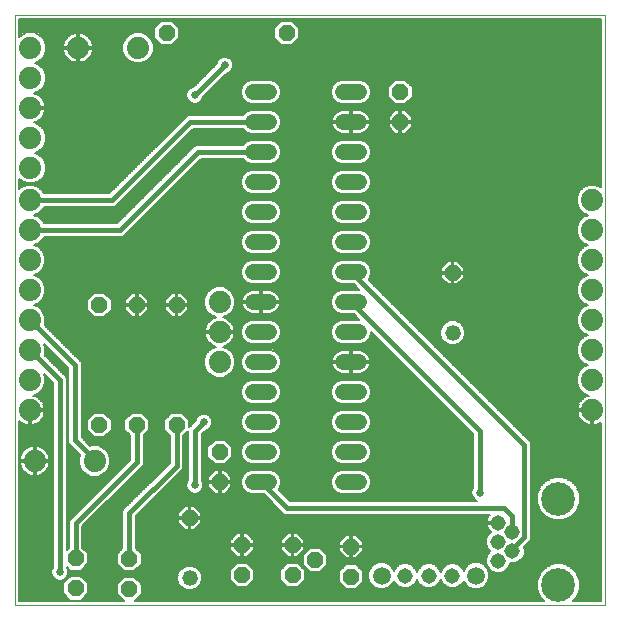
<source format=gbl>
G75*
%MOIN*%
%OFA0B0*%
%FSLAX25Y25*%
%IPPOS*%
%LPD*%
%AMOC8*
5,1,8,0,0,1.08239X$1,22.5*
%
%ADD10C,0.00000*%
%ADD11OC8,0.05200*%
%ADD12C,0.05200*%
%ADD13C,0.05150*%
%ADD14C,0.11220*%
%ADD15C,0.05200*%
%ADD16C,0.05937*%
%ADD17C,0.07400*%
%ADD18C,0.00600*%
%ADD19C,0.02578*%
%ADD20C,0.01600*%
D10*
X0001339Y0001300D02*
X0001339Y0198150D01*
X0198190Y0198150D01*
X0198190Y0001300D01*
X0001339Y0001300D01*
D11*
X0021595Y0006969D03*
X0021595Y0016969D03*
X0039509Y0016753D03*
X0039509Y0006753D03*
X0059607Y0030394D03*
X0069666Y0042442D03*
X0069666Y0052442D03*
X0055276Y0061359D03*
X0041950Y0061398D03*
X0029513Y0061379D03*
X0029513Y0101379D03*
X0041950Y0101398D03*
X0055276Y0101359D03*
X0129863Y0162422D03*
X0129863Y0172422D03*
X0091930Y0192068D03*
X0051930Y0192068D03*
X0147276Y0112143D03*
X0113426Y0020867D03*
X0113426Y0010867D03*
X0101418Y0016398D03*
X0093918Y0011398D03*
X0093918Y0021398D03*
X0077082Y0021365D03*
X0077082Y0011365D03*
D12*
X0059607Y0010394D03*
X0147276Y0092143D03*
D13*
X0162501Y0028784D03*
X0167225Y0025635D03*
X0162501Y0022485D03*
X0167225Y0019335D03*
X0162501Y0016186D03*
X0147225Y0011182D03*
X0139351Y0011182D03*
X0131477Y0011182D03*
D14*
X0182580Y0008115D03*
X0182580Y0036855D03*
D15*
X0116046Y0042363D02*
X0110846Y0042363D01*
X0110846Y0052363D02*
X0116046Y0052363D01*
X0116046Y0062363D02*
X0110846Y0062363D01*
X0110846Y0072363D02*
X0116046Y0072363D01*
X0116046Y0082363D02*
X0110846Y0082363D01*
X0110846Y0092363D02*
X0116046Y0092363D01*
X0116046Y0102363D02*
X0110846Y0102363D01*
X0110846Y0112363D02*
X0116046Y0112363D01*
X0116046Y0122363D02*
X0110846Y0122363D01*
X0110846Y0132363D02*
X0116046Y0132363D01*
X0116046Y0142363D02*
X0110846Y0142363D01*
X0110846Y0152363D02*
X0116046Y0152363D01*
X0116046Y0162363D02*
X0110846Y0162363D01*
X0110846Y0172363D02*
X0116046Y0172363D01*
X0086046Y0172363D02*
X0080846Y0172363D01*
X0080846Y0162363D02*
X0086046Y0162363D01*
X0086046Y0152363D02*
X0080846Y0152363D01*
X0080846Y0142363D02*
X0086046Y0142363D01*
X0086046Y0132363D02*
X0080846Y0132363D01*
X0080846Y0122363D02*
X0086046Y0122363D01*
X0086046Y0112363D02*
X0080846Y0112363D01*
X0080846Y0102363D02*
X0086046Y0102363D01*
X0086046Y0092363D02*
X0080846Y0092363D01*
X0080846Y0082363D02*
X0086046Y0082363D01*
X0086046Y0072363D02*
X0080846Y0072363D01*
X0080846Y0062363D02*
X0086046Y0062363D01*
X0086046Y0052363D02*
X0080846Y0052363D01*
X0080846Y0042363D02*
X0086046Y0042363D01*
D16*
X0123603Y0011182D03*
X0155099Y0011182D03*
D17*
X0193839Y0066300D03*
X0193839Y0076300D03*
X0193839Y0086300D03*
X0193839Y0096300D03*
X0193839Y0106300D03*
X0193839Y0116300D03*
X0193839Y0126300D03*
X0193839Y0136300D03*
X0069627Y0102360D03*
X0069627Y0092360D03*
X0069627Y0082360D03*
X0027950Y0049406D03*
X0007950Y0049406D03*
X0006339Y0066300D03*
X0006339Y0076300D03*
X0006339Y0086300D03*
X0006339Y0096300D03*
X0006339Y0106300D03*
X0006339Y0116300D03*
X0006339Y0126300D03*
X0006339Y0136300D03*
X0006556Y0147127D03*
X0006556Y0157127D03*
X0006556Y0167127D03*
X0006556Y0177127D03*
X0006556Y0187127D03*
X0022422Y0187107D03*
X0042422Y0187107D03*
D18*
X0047195Y0185043D02*
X0196690Y0185043D01*
X0196690Y0185641D02*
X0047443Y0185641D01*
X0047622Y0186073D02*
X0046830Y0184162D01*
X0045368Y0182699D01*
X0043456Y0181907D01*
X0041388Y0181907D01*
X0039476Y0182699D01*
X0038014Y0184162D01*
X0037222Y0186073D01*
X0037222Y0188141D01*
X0038014Y0190053D01*
X0039476Y0191515D01*
X0041388Y0192307D01*
X0043456Y0192307D01*
X0045368Y0191515D01*
X0046830Y0190053D01*
X0047622Y0188141D01*
X0047622Y0186073D01*
X0047622Y0186240D02*
X0196690Y0186240D01*
X0196690Y0186839D02*
X0047622Y0186839D01*
X0047622Y0187437D02*
X0196690Y0187437D01*
X0196690Y0188036D02*
X0093696Y0188036D01*
X0093628Y0187968D02*
X0096030Y0190369D01*
X0096030Y0193766D01*
X0093628Y0196168D01*
X0090232Y0196168D01*
X0087830Y0193766D01*
X0087830Y0190369D01*
X0090232Y0187968D01*
X0093628Y0187968D01*
X0094295Y0188634D02*
X0196690Y0188634D01*
X0196690Y0189233D02*
X0094893Y0189233D01*
X0095492Y0189831D02*
X0196690Y0189831D01*
X0196690Y0190430D02*
X0096030Y0190430D01*
X0096030Y0191028D02*
X0196690Y0191028D01*
X0196690Y0191627D02*
X0096030Y0191627D01*
X0096030Y0192225D02*
X0196690Y0192225D01*
X0196690Y0192824D02*
X0096030Y0192824D01*
X0096030Y0193422D02*
X0196690Y0193422D01*
X0196690Y0194021D02*
X0095775Y0194021D01*
X0095177Y0194619D02*
X0196690Y0194619D01*
X0196690Y0195218D02*
X0094578Y0195218D01*
X0093980Y0195816D02*
X0196690Y0195816D01*
X0196690Y0196415D02*
X0002839Y0196415D01*
X0002839Y0196650D02*
X0196690Y0196650D01*
X0196690Y0140748D01*
X0194874Y0141500D01*
X0192805Y0141500D01*
X0190894Y0140708D01*
X0189431Y0139246D01*
X0188639Y0137334D01*
X0188639Y0135266D01*
X0189431Y0133354D01*
X0190894Y0131892D01*
X0192322Y0131300D01*
X0190894Y0130708D01*
X0189431Y0129246D01*
X0188639Y0127334D01*
X0188639Y0125266D01*
X0189431Y0123354D01*
X0190894Y0121892D01*
X0192322Y0121300D01*
X0190894Y0120708D01*
X0189431Y0119246D01*
X0188639Y0117334D01*
X0188639Y0115266D01*
X0189431Y0113354D01*
X0190894Y0111892D01*
X0192322Y0111300D01*
X0190894Y0110708D01*
X0189431Y0109246D01*
X0188639Y0107334D01*
X0188639Y0105266D01*
X0189431Y0103354D01*
X0190894Y0101892D01*
X0192322Y0101300D01*
X0190894Y0100708D01*
X0189431Y0099246D01*
X0188639Y0097334D01*
X0188639Y0095266D01*
X0149951Y0095266D01*
X0149599Y0095618D02*
X0150752Y0094465D01*
X0151376Y0092958D01*
X0151376Y0091327D01*
X0150752Y0089820D01*
X0149599Y0088667D01*
X0148092Y0088043D01*
X0146461Y0088043D01*
X0144954Y0088667D01*
X0143801Y0089820D01*
X0143176Y0091327D01*
X0143176Y0092958D01*
X0143801Y0094465D01*
X0144954Y0095618D01*
X0146461Y0096243D01*
X0148092Y0096243D01*
X0149599Y0095618D01*
X0149004Y0095865D02*
X0188639Y0095865D01*
X0188639Y0096463D02*
X0132598Y0096463D01*
X0133197Y0095865D02*
X0145549Y0095865D01*
X0144602Y0095266D02*
X0133795Y0095266D01*
X0134394Y0094668D02*
X0144003Y0094668D01*
X0143637Y0094069D02*
X0134992Y0094069D01*
X0135591Y0093471D02*
X0143389Y0093471D01*
X0143176Y0092872D02*
X0136189Y0092872D01*
X0136788Y0092274D02*
X0143176Y0092274D01*
X0143176Y0091675D02*
X0137386Y0091675D01*
X0137985Y0091077D02*
X0143280Y0091077D01*
X0143528Y0090478D02*
X0138583Y0090478D01*
X0139182Y0089880D02*
X0143776Y0089880D01*
X0144339Y0089281D02*
X0139780Y0089281D01*
X0140379Y0088683D02*
X0144938Y0088683D01*
X0146360Y0088084D02*
X0140977Y0088084D01*
X0141576Y0087486D02*
X0188702Y0087486D01*
X0188639Y0087334D02*
X0188639Y0085266D01*
X0189431Y0083354D01*
X0190894Y0081892D01*
X0192322Y0081300D01*
X0190894Y0080708D01*
X0189431Y0079246D01*
X0188639Y0077334D01*
X0188639Y0075266D01*
X0189431Y0073354D01*
X0190894Y0071892D01*
X0192641Y0071168D01*
X0191920Y0070934D01*
X0191219Y0070576D01*
X0190582Y0070114D01*
X0190026Y0069557D01*
X0189563Y0068921D01*
X0189206Y0068219D01*
X0188962Y0067471D01*
X0188839Y0066694D01*
X0188839Y0066600D01*
X0193539Y0066600D01*
X0193539Y0066000D01*
X0188839Y0066000D01*
X0188839Y0065906D01*
X0188962Y0065129D01*
X0189206Y0064381D01*
X0189563Y0063679D01*
X0190026Y0063043D01*
X0190582Y0062486D01*
X0191219Y0062024D01*
X0191920Y0061666D01*
X0192669Y0061423D01*
X0193446Y0061300D01*
X0193539Y0061300D01*
X0193539Y0066000D01*
X0194139Y0066000D01*
X0194139Y0061300D01*
X0194233Y0061300D01*
X0195010Y0061423D01*
X0195759Y0061666D01*
X0196460Y0062024D01*
X0196690Y0062191D01*
X0196690Y0002800D01*
X0187320Y0002800D01*
X0188607Y0004087D01*
X0189690Y0006701D01*
X0189690Y0009529D01*
X0188607Y0012143D01*
X0186607Y0014143D01*
X0183994Y0015225D01*
X0181165Y0015225D01*
X0178552Y0014143D01*
X0176552Y0012143D01*
X0175469Y0009529D01*
X0175469Y0006701D01*
X0176552Y0004087D01*
X0177839Y0002800D01*
X0041354Y0002800D01*
X0043609Y0005054D01*
X0043609Y0008451D01*
X0041207Y0010853D01*
X0037810Y0010853D01*
X0035409Y0008451D01*
X0035409Y0005054D01*
X0037663Y0002800D01*
X0002839Y0002800D01*
X0002839Y0062729D01*
X0003082Y0062486D01*
X0003719Y0062024D01*
X0004420Y0061666D01*
X0005169Y0061423D01*
X0005946Y0061300D01*
X0006039Y0061300D01*
X0006039Y0066000D01*
X0006639Y0066000D01*
X0006639Y0061300D01*
X0006733Y0061300D01*
X0007510Y0061423D01*
X0008259Y0061666D01*
X0008960Y0062024D01*
X0009597Y0062486D01*
X0010153Y0063043D01*
X0010616Y0063679D01*
X0010973Y0064381D01*
X0011216Y0065129D01*
X0011339Y0065906D01*
X0011339Y0066000D01*
X0006639Y0066000D01*
X0006639Y0066600D01*
X0011339Y0066600D01*
X0011339Y0066694D01*
X0011216Y0067471D01*
X0010973Y0068219D01*
X0010616Y0068921D01*
X0010153Y0069557D01*
X0009597Y0070114D01*
X0008960Y0070576D01*
X0008259Y0070934D01*
X0007538Y0071168D01*
X0009285Y0071892D01*
X0010748Y0073354D01*
X0011539Y0075266D01*
X0011539Y0077334D01*
X0011177Y0078210D01*
X0014039Y0075347D01*
X0014039Y0013944D01*
X0013975Y0013880D01*
X0013550Y0012855D01*
X0013550Y0011745D01*
X0013975Y0010720D01*
X0014760Y0009936D01*
X0015785Y0009511D01*
X0016894Y0009511D01*
X0017919Y0009936D01*
X0018704Y0010720D01*
X0019128Y0011745D01*
X0019128Y0012855D01*
X0018704Y0013880D01*
X0018639Y0013944D01*
X0018639Y0014127D01*
X0019897Y0012869D01*
X0023294Y0012869D01*
X0025695Y0015271D01*
X0025695Y0018668D01*
X0023895Y0020468D01*
X0023895Y0027603D01*
X0044250Y0047958D01*
X0044250Y0057900D01*
X0046050Y0059700D01*
X0046050Y0063097D01*
X0043648Y0065498D01*
X0040251Y0065498D01*
X0037850Y0063097D01*
X0037850Y0059700D01*
X0039650Y0057900D01*
X0039650Y0049863D01*
X0019295Y0029509D01*
X0019295Y0020468D01*
X0018639Y0019812D01*
X0018639Y0077253D01*
X0011272Y0084620D01*
X0011539Y0085266D01*
X0011539Y0087334D01*
X0011177Y0088210D01*
X0019039Y0080347D01*
X0019039Y0055347D01*
X0020387Y0054000D01*
X0023100Y0051287D01*
X0022750Y0050441D01*
X0022750Y0048372D01*
X0023541Y0046461D01*
X0025004Y0044998D01*
X0026915Y0044206D01*
X0028984Y0044206D01*
X0030895Y0044998D01*
X0032358Y0046461D01*
X0033150Y0048372D01*
X0033150Y0050441D01*
X0032358Y0052352D01*
X0030895Y0053815D01*
X0028984Y0054606D01*
X0026915Y0054606D01*
X0026470Y0054422D01*
X0023639Y0057253D01*
X0023639Y0082253D01*
X0011272Y0094620D01*
X0011539Y0095266D01*
X0065558Y0095266D01*
X0065350Y0094980D02*
X0064993Y0094279D01*
X0064750Y0093531D01*
X0064627Y0092753D01*
X0064627Y0092660D01*
X0069327Y0092660D01*
X0069327Y0092060D01*
X0064627Y0092060D01*
X0064627Y0091966D01*
X0064750Y0091189D01*
X0064993Y0090441D01*
X0065350Y0089739D01*
X0065813Y0089103D01*
X0066369Y0088546D01*
X0067006Y0088083D01*
X0067707Y0087726D01*
X0068428Y0087492D01*
X0066681Y0086768D01*
X0065218Y0085305D01*
X0064427Y0083394D01*
X0064427Y0081325D01*
X0065218Y0079414D01*
X0066681Y0077951D01*
X0068592Y0077160D01*
X0070661Y0077160D01*
X0072572Y0077951D01*
X0074035Y0079414D01*
X0074827Y0081325D01*
X0074827Y0083394D01*
X0074035Y0085305D01*
X0072572Y0086768D01*
X0070825Y0087492D01*
X0071546Y0087726D01*
X0072247Y0088083D01*
X0072884Y0088546D01*
X0073441Y0089103D01*
X0073903Y0089739D01*
X0074260Y0090441D01*
X0074504Y0091189D01*
X0074627Y0091966D01*
X0074627Y0092060D01*
X0069927Y0092060D01*
X0069927Y0092660D01*
X0074627Y0092660D01*
X0074627Y0092753D01*
X0074504Y0093531D01*
X0074260Y0094279D01*
X0073903Y0094980D01*
X0073441Y0095617D01*
X0072884Y0096174D01*
X0072247Y0096636D01*
X0071546Y0096994D01*
X0070825Y0097228D01*
X0072572Y0097951D01*
X0074035Y0099414D01*
X0074827Y0101325D01*
X0074827Y0103394D01*
X0074035Y0105305D01*
X0072572Y0106768D01*
X0070661Y0107560D01*
X0068592Y0107560D01*
X0066681Y0106768D01*
X0065218Y0105305D01*
X0064427Y0103394D01*
X0064427Y0101325D01*
X0065218Y0099414D01*
X0066681Y0097951D01*
X0068428Y0097228D01*
X0067707Y0096994D01*
X0067006Y0096636D01*
X0066369Y0096174D01*
X0065813Y0095617D01*
X0065350Y0094980D01*
X0065191Y0094668D02*
X0011292Y0094668D01*
X0011539Y0095266D02*
X0011539Y0097334D01*
X0010748Y0099246D01*
X0009285Y0100708D01*
X0007857Y0101300D01*
X0009285Y0101892D01*
X0010748Y0103354D01*
X0011539Y0105266D01*
X0011539Y0107334D01*
X0010748Y0109246D01*
X0009285Y0110708D01*
X0007857Y0111300D01*
X0009285Y0111892D01*
X0010748Y0113354D01*
X0011539Y0115266D01*
X0011539Y0117334D01*
X0010748Y0119246D01*
X0009285Y0120708D01*
X0007857Y0121300D01*
X0009285Y0121892D01*
X0010748Y0123354D01*
X0011015Y0124000D01*
X0037292Y0124000D01*
X0063355Y0150063D01*
X0077361Y0150063D01*
X0077370Y0150041D01*
X0078523Y0148887D01*
X0080030Y0148263D01*
X0086861Y0148263D01*
X0088368Y0148887D01*
X0089521Y0150041D01*
X0090146Y0151547D01*
X0090146Y0153179D01*
X0089521Y0154685D01*
X0088368Y0155839D01*
X0086861Y0156463D01*
X0080030Y0156463D01*
X0078523Y0155839D01*
X0077370Y0154685D01*
X0077361Y0154663D01*
X0061450Y0154663D01*
X0035387Y0128600D01*
X0011015Y0128600D01*
X0010748Y0129246D01*
X0009285Y0130708D01*
X0007857Y0131300D01*
X0009285Y0131892D01*
X0010748Y0133354D01*
X0011015Y0134000D01*
X0034792Y0134000D01*
X0060855Y0160063D01*
X0077361Y0160063D01*
X0077370Y0160041D01*
X0078523Y0158887D01*
X0080030Y0158263D01*
X0086861Y0158263D01*
X0088368Y0158887D01*
X0089521Y0160041D01*
X0090146Y0161547D01*
X0090146Y0163179D01*
X0089521Y0164685D01*
X0088368Y0165839D01*
X0086861Y0166463D01*
X0080030Y0166463D01*
X0078523Y0165839D01*
X0077370Y0164685D01*
X0077361Y0164663D01*
X0058950Y0164663D01*
X0032887Y0138600D01*
X0011015Y0138600D01*
X0010748Y0139246D01*
X0009285Y0140708D01*
X0007374Y0141500D01*
X0005305Y0141500D01*
X0003394Y0140708D01*
X0002839Y0140154D01*
X0002839Y0143489D01*
X0003610Y0142718D01*
X0005522Y0141927D01*
X0007590Y0141927D01*
X0009501Y0142718D01*
X0010964Y0144181D01*
X0011756Y0146092D01*
X0011756Y0148161D01*
X0010964Y0150072D01*
X0009501Y0151535D01*
X0008073Y0152127D01*
X0009501Y0152718D01*
X0010964Y0154181D01*
X0011756Y0156092D01*
X0011756Y0158161D01*
X0010964Y0160072D01*
X0009501Y0161535D01*
X0007754Y0162259D01*
X0008475Y0162493D01*
X0009176Y0162850D01*
X0009813Y0163313D01*
X0010370Y0163869D01*
X0010832Y0164506D01*
X0011190Y0165207D01*
X0011433Y0165956D01*
X0011556Y0166733D01*
X0011556Y0166827D01*
X0006856Y0166827D01*
X0006856Y0167427D01*
X0011556Y0167427D01*
X0011556Y0167520D01*
X0011433Y0168298D01*
X0011190Y0169046D01*
X0010832Y0169747D01*
X0010370Y0170384D01*
X0009813Y0170941D01*
X0009176Y0171403D01*
X0008475Y0171760D01*
X0007754Y0171995D01*
X0009501Y0172718D01*
X0010964Y0174181D01*
X0011756Y0176092D01*
X0011756Y0178161D01*
X0010964Y0180072D01*
X0009501Y0181535D01*
X0008073Y0182127D01*
X0009501Y0182718D01*
X0010964Y0184181D01*
X0011756Y0186092D01*
X0011756Y0188161D01*
X0010964Y0190072D01*
X0009501Y0191535D01*
X0007590Y0192327D01*
X0005522Y0192327D01*
X0003610Y0191535D01*
X0002839Y0190764D01*
X0002839Y0196650D01*
X0002839Y0195816D02*
X0049880Y0195816D01*
X0050232Y0196168D02*
X0047830Y0193766D01*
X0047830Y0190369D01*
X0050232Y0187968D01*
X0053628Y0187968D01*
X0056030Y0190369D01*
X0056030Y0193766D01*
X0053628Y0196168D01*
X0050232Y0196168D01*
X0049282Y0195218D02*
X0002839Y0195218D01*
X0002839Y0194619D02*
X0048683Y0194619D01*
X0048085Y0194021D02*
X0002839Y0194021D01*
X0002839Y0193422D02*
X0047830Y0193422D01*
X0047830Y0192824D02*
X0002839Y0192824D01*
X0002839Y0192225D02*
X0005276Y0192225D01*
X0003831Y0191627D02*
X0002839Y0191627D01*
X0002839Y0191028D02*
X0003103Y0191028D01*
X0007836Y0192225D02*
X0041190Y0192225D01*
X0039745Y0191627D02*
X0024565Y0191627D01*
X0024341Y0191741D02*
X0023593Y0191984D01*
X0022816Y0192107D01*
X0022722Y0192107D01*
X0022722Y0187407D01*
X0027422Y0187407D01*
X0027422Y0187501D01*
X0027299Y0188278D01*
X0027056Y0189026D01*
X0026698Y0189728D01*
X0026236Y0190364D01*
X0025679Y0190921D01*
X0025043Y0191383D01*
X0024341Y0191741D01*
X0025532Y0191028D02*
X0038989Y0191028D01*
X0038391Y0190430D02*
X0026171Y0190430D01*
X0026623Y0189831D02*
X0037922Y0189831D01*
X0037674Y0189233D02*
X0026951Y0189233D01*
X0027183Y0188634D02*
X0037426Y0188634D01*
X0037222Y0188036D02*
X0027337Y0188036D01*
X0027422Y0187437D02*
X0037222Y0187437D01*
X0037222Y0186839D02*
X0022722Y0186839D01*
X0022722Y0186807D02*
X0022722Y0187407D01*
X0022122Y0187407D01*
X0022122Y0186807D01*
X0022722Y0186807D01*
X0022722Y0182107D01*
X0022816Y0182107D01*
X0023593Y0182230D01*
X0024341Y0182473D01*
X0025043Y0182831D01*
X0025679Y0183293D01*
X0026236Y0183850D01*
X0026698Y0184487D01*
X0027056Y0185188D01*
X0027299Y0185936D01*
X0027422Y0186714D01*
X0027422Y0186807D01*
X0022722Y0186807D01*
X0022722Y0186240D02*
X0022122Y0186240D01*
X0022122Y0186807D02*
X0022122Y0182107D01*
X0022029Y0182107D01*
X0021251Y0182230D01*
X0020503Y0182473D01*
X0019801Y0182831D01*
X0019165Y0183293D01*
X0018608Y0183850D01*
X0018146Y0184487D01*
X0017788Y0185188D01*
X0017545Y0185936D01*
X0017422Y0186714D01*
X0017422Y0186807D01*
X0022122Y0186807D01*
X0022122Y0186839D02*
X0011756Y0186839D01*
X0011756Y0187437D02*
X0017422Y0187437D01*
X0017422Y0187407D02*
X0022122Y0187407D01*
X0022122Y0192107D01*
X0022029Y0192107D01*
X0021251Y0191984D01*
X0020503Y0191741D01*
X0019801Y0191383D01*
X0019165Y0190921D01*
X0018608Y0190364D01*
X0018146Y0189728D01*
X0017788Y0189026D01*
X0017545Y0188278D01*
X0017422Y0187501D01*
X0017422Y0187407D01*
X0017507Y0188036D02*
X0011756Y0188036D01*
X0011560Y0188634D02*
X0017661Y0188634D01*
X0017893Y0189233D02*
X0011312Y0189233D01*
X0011064Y0189831D02*
X0018221Y0189831D01*
X0018673Y0190430D02*
X0010607Y0190430D01*
X0010008Y0191028D02*
X0019312Y0191028D01*
X0020279Y0191627D02*
X0009281Y0191627D01*
X0011756Y0186240D02*
X0017497Y0186240D01*
X0017641Y0185641D02*
X0011569Y0185641D01*
X0011321Y0185043D02*
X0017862Y0185043D01*
X0018176Y0184444D02*
X0011073Y0184444D01*
X0010629Y0183846D02*
X0018612Y0183846D01*
X0019228Y0183247D02*
X0010030Y0183247D01*
X0009334Y0182649D02*
X0020158Y0182649D01*
X0022122Y0182649D02*
X0022722Y0182649D01*
X0022722Y0183247D02*
X0022122Y0183247D01*
X0022122Y0183846D02*
X0022722Y0183846D01*
X0022722Y0184444D02*
X0022122Y0184444D01*
X0022122Y0185043D02*
X0022722Y0185043D01*
X0022722Y0185641D02*
X0022122Y0185641D01*
X0022122Y0187437D02*
X0022722Y0187437D01*
X0022722Y0188036D02*
X0022122Y0188036D01*
X0022122Y0188634D02*
X0022722Y0188634D01*
X0022722Y0189233D02*
X0022122Y0189233D01*
X0022122Y0189831D02*
X0022722Y0189831D01*
X0022722Y0190430D02*
X0022122Y0190430D01*
X0022122Y0191028D02*
X0022722Y0191028D01*
X0022722Y0191627D02*
X0022122Y0191627D01*
X0027347Y0186240D02*
X0037222Y0186240D01*
X0037401Y0185641D02*
X0027203Y0185641D01*
X0026982Y0185043D02*
X0037649Y0185043D01*
X0037896Y0184444D02*
X0026668Y0184444D01*
X0026232Y0183846D02*
X0038329Y0183846D01*
X0038928Y0183247D02*
X0025616Y0183247D01*
X0024686Y0182649D02*
X0039597Y0182649D01*
X0041042Y0182050D02*
X0008257Y0182050D01*
X0009585Y0181452D02*
X0068239Y0181452D01*
X0068550Y0181764D02*
X0060876Y0174089D01*
X0060785Y0174089D01*
X0059760Y0173664D01*
X0058975Y0172880D01*
X0058550Y0171855D01*
X0058550Y0170745D01*
X0058975Y0169720D01*
X0059760Y0168936D01*
X0060785Y0168511D01*
X0061894Y0168511D01*
X0062919Y0168936D01*
X0063704Y0169720D01*
X0064128Y0170745D01*
X0064128Y0170836D01*
X0071803Y0178511D01*
X0071894Y0178511D01*
X0072919Y0178936D01*
X0073704Y0179720D01*
X0074128Y0180745D01*
X0074128Y0181855D01*
X0073704Y0182880D01*
X0072919Y0183664D01*
X0071894Y0184089D01*
X0070785Y0184089D01*
X0069760Y0183664D01*
X0068975Y0182880D01*
X0068550Y0181855D01*
X0068550Y0181764D01*
X0068631Y0182050D02*
X0043802Y0182050D01*
X0045247Y0182649D02*
X0068879Y0182649D01*
X0069343Y0183247D02*
X0045916Y0183247D01*
X0046515Y0183846D02*
X0070198Y0183846D01*
X0072481Y0183846D02*
X0196690Y0183846D01*
X0196690Y0184444D02*
X0046948Y0184444D01*
X0047622Y0188036D02*
X0050164Y0188036D01*
X0049565Y0188634D02*
X0047418Y0188634D01*
X0047170Y0189233D02*
X0048967Y0189233D01*
X0048368Y0189831D02*
X0046922Y0189831D01*
X0046453Y0190430D02*
X0047830Y0190430D01*
X0047830Y0191028D02*
X0045855Y0191028D01*
X0045099Y0191627D02*
X0047830Y0191627D01*
X0047830Y0192225D02*
X0043654Y0192225D01*
X0053696Y0188036D02*
X0090164Y0188036D01*
X0089565Y0188634D02*
X0054295Y0188634D01*
X0054893Y0189233D02*
X0088967Y0189233D01*
X0088368Y0189831D02*
X0055492Y0189831D01*
X0056030Y0190430D02*
X0087830Y0190430D01*
X0087830Y0191028D02*
X0056030Y0191028D01*
X0056030Y0191627D02*
X0087830Y0191627D01*
X0087830Y0192225D02*
X0056030Y0192225D01*
X0056030Y0192824D02*
X0087830Y0192824D01*
X0087830Y0193422D02*
X0056030Y0193422D01*
X0055775Y0194021D02*
X0088085Y0194021D01*
X0088683Y0194619D02*
X0055177Y0194619D01*
X0054578Y0195218D02*
X0089282Y0195218D01*
X0089880Y0195816D02*
X0053980Y0195816D01*
X0067640Y0180853D02*
X0010183Y0180853D01*
X0010782Y0180255D02*
X0067042Y0180255D01*
X0066443Y0179656D02*
X0011137Y0179656D01*
X0011384Y0179058D02*
X0065845Y0179058D01*
X0065246Y0178459D02*
X0011632Y0178459D01*
X0011756Y0177861D02*
X0064648Y0177861D01*
X0064049Y0177262D02*
X0011756Y0177262D01*
X0011756Y0176664D02*
X0063451Y0176664D01*
X0062852Y0176065D02*
X0011745Y0176065D01*
X0011497Y0175467D02*
X0062253Y0175467D01*
X0061655Y0174868D02*
X0011249Y0174868D01*
X0011001Y0174270D02*
X0061056Y0174270D01*
X0059776Y0173671D02*
X0010454Y0173671D01*
X0009856Y0173073D02*
X0059168Y0173073D01*
X0058807Y0172474D02*
X0008912Y0172474D01*
X0008120Y0171876D02*
X0058559Y0171876D01*
X0058550Y0171277D02*
X0009350Y0171277D01*
X0010075Y0170679D02*
X0058578Y0170679D01*
X0058826Y0170080D02*
X0010590Y0170080D01*
X0010968Y0169482D02*
X0059213Y0169482D01*
X0059886Y0168883D02*
X0011243Y0168883D01*
X0011435Y0168285D02*
X0079978Y0168285D01*
X0080030Y0168263D02*
X0086861Y0168263D01*
X0088368Y0168887D01*
X0089521Y0170041D01*
X0090146Y0171547D01*
X0090146Y0173179D01*
X0089521Y0174685D01*
X0088368Y0175839D01*
X0086861Y0176463D01*
X0080030Y0176463D01*
X0078523Y0175839D01*
X0077370Y0174685D01*
X0076746Y0173179D01*
X0076746Y0171547D01*
X0077370Y0170041D01*
X0078523Y0168887D01*
X0080030Y0168263D01*
X0078533Y0168883D02*
X0062793Y0168883D01*
X0063465Y0169482D02*
X0077929Y0169482D01*
X0077353Y0170080D02*
X0063853Y0170080D01*
X0064101Y0170679D02*
X0077106Y0170679D01*
X0076858Y0171277D02*
X0064569Y0171277D01*
X0065168Y0171876D02*
X0076746Y0171876D01*
X0076746Y0172474D02*
X0065766Y0172474D01*
X0066365Y0173073D02*
X0076746Y0173073D01*
X0076950Y0173671D02*
X0066963Y0173671D01*
X0067562Y0174270D02*
X0077198Y0174270D01*
X0077553Y0174868D02*
X0068160Y0174868D01*
X0068759Y0175467D02*
X0078151Y0175467D01*
X0079070Y0176065D02*
X0069357Y0176065D01*
X0069956Y0176664D02*
X0196690Y0176664D01*
X0196690Y0177262D02*
X0070554Y0177262D01*
X0071153Y0177861D02*
X0196690Y0177861D01*
X0196690Y0178459D02*
X0071751Y0178459D01*
X0073041Y0179058D02*
X0196690Y0179058D01*
X0196690Y0179656D02*
X0073640Y0179656D01*
X0073925Y0180255D02*
X0196690Y0180255D01*
X0196690Y0180853D02*
X0074128Y0180853D01*
X0074128Y0181452D02*
X0196690Y0181452D01*
X0196690Y0182050D02*
X0074047Y0182050D01*
X0073799Y0182649D02*
X0196690Y0182649D01*
X0196690Y0183247D02*
X0073336Y0183247D01*
X0086914Y0168285D02*
X0109978Y0168285D01*
X0110030Y0168263D02*
X0116861Y0168263D01*
X0118368Y0168887D01*
X0119521Y0170041D01*
X0120146Y0171547D01*
X0120146Y0173179D01*
X0119521Y0174685D01*
X0118368Y0175839D01*
X0116861Y0176463D01*
X0110030Y0176463D01*
X0108523Y0175839D01*
X0107370Y0174685D01*
X0106746Y0173179D01*
X0106746Y0171547D01*
X0107370Y0170041D01*
X0108523Y0168887D01*
X0110030Y0168263D01*
X0108533Y0168883D02*
X0088358Y0168883D01*
X0088963Y0169482D02*
X0107929Y0169482D01*
X0107353Y0170080D02*
X0089538Y0170080D01*
X0089786Y0170679D02*
X0107106Y0170679D01*
X0106858Y0171277D02*
X0090034Y0171277D01*
X0090146Y0171876D02*
X0106746Y0171876D01*
X0106746Y0172474D02*
X0090146Y0172474D01*
X0090146Y0173073D02*
X0106746Y0173073D01*
X0106950Y0173671D02*
X0089942Y0173671D01*
X0089694Y0174270D02*
X0107198Y0174270D01*
X0107553Y0174868D02*
X0089339Y0174868D01*
X0088740Y0175467D02*
X0108151Y0175467D01*
X0109070Y0176065D02*
X0087821Y0176065D01*
X0088243Y0165891D02*
X0109171Y0165891D01*
X0108998Y0165819D02*
X0108360Y0165392D01*
X0107816Y0164849D01*
X0107390Y0164210D01*
X0107096Y0163501D01*
X0106946Y0162747D01*
X0106946Y0162663D01*
X0113146Y0162663D01*
X0113146Y0166263D01*
X0110462Y0166263D01*
X0109708Y0166113D01*
X0108998Y0165819D01*
X0108259Y0165292D02*
X0088915Y0165292D01*
X0089513Y0164694D02*
X0107712Y0164694D01*
X0107342Y0164095D02*
X0089766Y0164095D01*
X0090014Y0163497D02*
X0107095Y0163497D01*
X0106976Y0162898D02*
X0090146Y0162898D01*
X0090146Y0162300D02*
X0113146Y0162300D01*
X0113146Y0162063D02*
X0106946Y0162063D01*
X0106946Y0161979D01*
X0107096Y0161225D01*
X0107390Y0160516D01*
X0107816Y0159877D01*
X0108360Y0159334D01*
X0108998Y0158907D01*
X0109708Y0158613D01*
X0110462Y0158463D01*
X0113146Y0158463D01*
X0113146Y0162063D01*
X0113746Y0162063D01*
X0113746Y0162663D01*
X0119946Y0162663D01*
X0119946Y0162747D01*
X0119796Y0163501D01*
X0119502Y0164210D01*
X0119075Y0164849D01*
X0118532Y0165392D01*
X0117893Y0165819D01*
X0117183Y0166113D01*
X0116430Y0166263D01*
X0113746Y0166263D01*
X0113746Y0162663D01*
X0113146Y0162663D01*
X0113146Y0162063D01*
X0113146Y0161701D02*
X0113746Y0161701D01*
X0113746Y0162063D02*
X0113746Y0158463D01*
X0116430Y0158463D01*
X0117183Y0158613D01*
X0117893Y0158907D01*
X0118532Y0159334D01*
X0119075Y0159877D01*
X0119502Y0160516D01*
X0119796Y0161225D01*
X0119946Y0161979D01*
X0119946Y0162063D01*
X0113746Y0162063D01*
X0113746Y0162300D02*
X0129563Y0162300D01*
X0129563Y0162122D02*
X0125963Y0162122D01*
X0125963Y0160807D01*
X0128248Y0158522D01*
X0129563Y0158522D01*
X0129563Y0162122D01*
X0130163Y0162122D01*
X0130163Y0158522D01*
X0131478Y0158522D01*
X0133763Y0160807D01*
X0133763Y0162122D01*
X0130163Y0162122D01*
X0130163Y0162722D01*
X0133763Y0162722D01*
X0133763Y0164037D01*
X0131478Y0166322D01*
X0130163Y0166322D01*
X0130163Y0162722D01*
X0129563Y0162722D01*
X0129563Y0162122D01*
X0129563Y0161701D02*
X0130163Y0161701D01*
X0130163Y0161103D02*
X0129563Y0161103D01*
X0129563Y0160504D02*
X0130163Y0160504D01*
X0130163Y0159905D02*
X0129563Y0159905D01*
X0129563Y0159307D02*
X0130163Y0159307D01*
X0130163Y0158708D02*
X0129563Y0158708D01*
X0128061Y0158708D02*
X0117414Y0158708D01*
X0118492Y0159307D02*
X0127463Y0159307D01*
X0126864Y0159905D02*
X0119094Y0159905D01*
X0119494Y0160504D02*
X0126266Y0160504D01*
X0125963Y0161103D02*
X0119745Y0161103D01*
X0119890Y0161701D02*
X0125963Y0161701D01*
X0125963Y0162722D02*
X0129563Y0162722D01*
X0129563Y0166322D01*
X0128248Y0166322D01*
X0125963Y0164037D01*
X0125963Y0162722D01*
X0125963Y0162898D02*
X0119916Y0162898D01*
X0119797Y0163497D02*
X0125963Y0163497D01*
X0126021Y0164095D02*
X0119550Y0164095D01*
X0119179Y0164694D02*
X0126619Y0164694D01*
X0127218Y0165292D02*
X0118632Y0165292D01*
X0117720Y0165891D02*
X0127816Y0165891D01*
X0129563Y0165891D02*
X0130163Y0165891D01*
X0130163Y0165292D02*
X0129563Y0165292D01*
X0129563Y0164694D02*
X0130163Y0164694D01*
X0130163Y0164095D02*
X0129563Y0164095D01*
X0129563Y0163497D02*
X0130163Y0163497D01*
X0130163Y0162898D02*
X0129563Y0162898D01*
X0130163Y0162300D02*
X0196690Y0162300D01*
X0196690Y0162898D02*
X0133763Y0162898D01*
X0133763Y0163497D02*
X0196690Y0163497D01*
X0196690Y0164095D02*
X0133705Y0164095D01*
X0133107Y0164694D02*
X0196690Y0164694D01*
X0196690Y0165292D02*
X0132508Y0165292D01*
X0131910Y0165891D02*
X0196690Y0165891D01*
X0196690Y0166489D02*
X0011517Y0166489D01*
X0011412Y0165891D02*
X0078648Y0165891D01*
X0077977Y0165292D02*
X0011217Y0165292D01*
X0010928Y0164694D02*
X0077378Y0164694D01*
X0077505Y0159905D02*
X0060698Y0159905D01*
X0060099Y0159307D02*
X0078103Y0159307D01*
X0078955Y0158708D02*
X0059501Y0158708D01*
X0058902Y0158110D02*
X0196690Y0158110D01*
X0196690Y0158708D02*
X0131665Y0158708D01*
X0132263Y0159307D02*
X0196690Y0159307D01*
X0196690Y0159905D02*
X0132862Y0159905D01*
X0133460Y0160504D02*
X0196690Y0160504D01*
X0196690Y0161103D02*
X0133763Y0161103D01*
X0133763Y0161701D02*
X0196690Y0161701D01*
X0196690Y0167088D02*
X0006856Y0167088D01*
X0011530Y0167686D02*
X0196690Y0167686D01*
X0196690Y0168285D02*
X0116914Y0168285D01*
X0118358Y0168883D02*
X0127604Y0168883D01*
X0128165Y0168322D02*
X0125763Y0170724D01*
X0125763Y0174120D01*
X0128165Y0176522D01*
X0131561Y0176522D01*
X0133963Y0174120D01*
X0133963Y0170724D01*
X0131561Y0168322D01*
X0128165Y0168322D01*
X0127005Y0169482D02*
X0118963Y0169482D01*
X0119538Y0170080D02*
X0126407Y0170080D01*
X0125808Y0170679D02*
X0119786Y0170679D01*
X0120034Y0171277D02*
X0125763Y0171277D01*
X0125763Y0171876D02*
X0120146Y0171876D01*
X0120146Y0172474D02*
X0125763Y0172474D01*
X0125763Y0173073D02*
X0120146Y0173073D01*
X0119942Y0173671D02*
X0125763Y0173671D01*
X0125912Y0174270D02*
X0119694Y0174270D01*
X0119339Y0174868D02*
X0126511Y0174868D01*
X0127109Y0175467D02*
X0118740Y0175467D01*
X0117821Y0176065D02*
X0127708Y0176065D01*
X0132018Y0176065D02*
X0196690Y0176065D01*
X0196690Y0175467D02*
X0132616Y0175467D01*
X0133215Y0174868D02*
X0196690Y0174868D01*
X0196690Y0174270D02*
X0133814Y0174270D01*
X0133963Y0173671D02*
X0196690Y0173671D01*
X0196690Y0173073D02*
X0133963Y0173073D01*
X0133963Y0172474D02*
X0196690Y0172474D01*
X0196690Y0171876D02*
X0133963Y0171876D01*
X0133963Y0171277D02*
X0196690Y0171277D01*
X0196690Y0170679D02*
X0133918Y0170679D01*
X0133319Y0170080D02*
X0196690Y0170080D01*
X0196690Y0169482D02*
X0132721Y0169482D01*
X0132122Y0168883D02*
X0196690Y0168883D01*
X0196690Y0157511D02*
X0058304Y0157511D01*
X0057705Y0156913D02*
X0196690Y0156913D01*
X0196690Y0156314D02*
X0117220Y0156314D01*
X0116861Y0156463D02*
X0118368Y0155839D01*
X0119521Y0154685D01*
X0120146Y0153179D01*
X0120146Y0151547D01*
X0119521Y0150041D01*
X0118368Y0148887D01*
X0116861Y0148263D01*
X0110030Y0148263D01*
X0108523Y0148887D01*
X0107370Y0150041D01*
X0106746Y0151547D01*
X0106746Y0153179D01*
X0107370Y0154685D01*
X0108523Y0155839D01*
X0110030Y0156463D01*
X0116861Y0156463D01*
X0118491Y0155716D02*
X0196690Y0155716D01*
X0196690Y0155117D02*
X0119090Y0155117D01*
X0119590Y0154519D02*
X0196690Y0154519D01*
X0196690Y0153920D02*
X0119838Y0153920D01*
X0120086Y0153322D02*
X0196690Y0153322D01*
X0196690Y0152723D02*
X0120146Y0152723D01*
X0120146Y0152125D02*
X0196690Y0152125D01*
X0196690Y0151526D02*
X0120137Y0151526D01*
X0119889Y0150928D02*
X0196690Y0150928D01*
X0196690Y0150329D02*
X0119641Y0150329D01*
X0119212Y0149731D02*
X0196690Y0149731D01*
X0196690Y0149132D02*
X0118613Y0149132D01*
X0117515Y0148534D02*
X0196690Y0148534D01*
X0196690Y0147935D02*
X0061227Y0147935D01*
X0060629Y0147337D02*
X0196690Y0147337D01*
X0196690Y0146738D02*
X0060030Y0146738D01*
X0059432Y0146140D02*
X0079250Y0146140D01*
X0078523Y0145839D02*
X0077370Y0144685D01*
X0076746Y0143179D01*
X0076746Y0141547D01*
X0077370Y0140041D01*
X0078523Y0138887D01*
X0080030Y0138263D01*
X0086861Y0138263D01*
X0088368Y0138887D01*
X0089521Y0140041D01*
X0090146Y0141547D01*
X0090146Y0143179D01*
X0089521Y0144685D01*
X0088368Y0145839D01*
X0086861Y0146463D01*
X0080030Y0146463D01*
X0078523Y0145839D01*
X0078226Y0145541D02*
X0058833Y0145541D01*
X0058235Y0144943D02*
X0077627Y0144943D01*
X0077229Y0144344D02*
X0057636Y0144344D01*
X0057038Y0143746D02*
X0076981Y0143746D01*
X0076746Y0143147D02*
X0056439Y0143147D01*
X0055841Y0142549D02*
X0076746Y0142549D01*
X0076746Y0141950D02*
X0055242Y0141950D01*
X0054644Y0141352D02*
X0076827Y0141352D01*
X0077075Y0140753D02*
X0054045Y0140753D01*
X0053447Y0140155D02*
X0077323Y0140155D01*
X0077854Y0139556D02*
X0052848Y0139556D01*
X0052250Y0138958D02*
X0078453Y0138958D01*
X0079798Y0138359D02*
X0051651Y0138359D01*
X0051053Y0137761D02*
X0188816Y0137761D01*
X0188639Y0137162D02*
X0050454Y0137162D01*
X0049856Y0136564D02*
X0188639Y0136564D01*
X0188639Y0135965D02*
X0118063Y0135965D01*
X0118368Y0135839D02*
X0116861Y0136463D01*
X0110030Y0136463D01*
X0108523Y0135839D01*
X0107370Y0134685D01*
X0106746Y0133179D01*
X0106746Y0131547D01*
X0107370Y0130041D01*
X0108523Y0128887D01*
X0110030Y0128263D01*
X0116861Y0128263D01*
X0118368Y0128887D01*
X0119521Y0130041D01*
X0120146Y0131547D01*
X0120146Y0133179D01*
X0119521Y0134685D01*
X0118368Y0135839D01*
X0118840Y0135367D02*
X0188639Y0135367D01*
X0188845Y0134768D02*
X0119439Y0134768D01*
X0119735Y0134170D02*
X0189093Y0134170D01*
X0189341Y0133571D02*
X0119983Y0133571D01*
X0120146Y0132972D02*
X0189813Y0132972D01*
X0190411Y0132374D02*
X0120146Y0132374D01*
X0120146Y0131775D02*
X0191174Y0131775D01*
X0192025Y0131177D02*
X0119992Y0131177D01*
X0119744Y0130578D02*
X0190764Y0130578D01*
X0190165Y0129980D02*
X0119461Y0129980D01*
X0118862Y0129381D02*
X0189567Y0129381D01*
X0189239Y0128783D02*
X0118116Y0128783D01*
X0117040Y0126389D02*
X0188639Y0126389D01*
X0188639Y0126987D02*
X0040279Y0126987D01*
X0039681Y0126389D02*
X0079851Y0126389D01*
X0080030Y0126463D02*
X0078523Y0125839D01*
X0077370Y0124685D01*
X0076746Y0123179D01*
X0076746Y0121547D01*
X0077370Y0120041D01*
X0078523Y0118887D01*
X0080030Y0118263D01*
X0086861Y0118263D01*
X0088368Y0118887D01*
X0089521Y0120041D01*
X0090146Y0121547D01*
X0090146Y0123179D01*
X0089521Y0124685D01*
X0088368Y0125839D01*
X0086861Y0126463D01*
X0080030Y0126463D01*
X0078475Y0125790D02*
X0039082Y0125790D01*
X0038484Y0125192D02*
X0077876Y0125192D01*
X0077332Y0124593D02*
X0037885Y0124593D01*
X0040878Y0127586D02*
X0188744Y0127586D01*
X0188991Y0128184D02*
X0041476Y0128184D01*
X0042075Y0128783D02*
X0078775Y0128783D01*
X0078523Y0128887D02*
X0080030Y0128263D01*
X0086861Y0128263D01*
X0088368Y0128887D01*
X0089521Y0130041D01*
X0090146Y0131547D01*
X0090146Y0133179D01*
X0089521Y0134685D01*
X0088368Y0135839D01*
X0086861Y0136463D01*
X0080030Y0136463D01*
X0078523Y0135839D01*
X0077370Y0134685D01*
X0076746Y0133179D01*
X0076746Y0131547D01*
X0077370Y0130041D01*
X0078523Y0128887D01*
X0078029Y0129381D02*
X0042673Y0129381D01*
X0043272Y0129980D02*
X0077430Y0129980D01*
X0077147Y0130578D02*
X0043870Y0130578D01*
X0044469Y0131177D02*
X0076899Y0131177D01*
X0076746Y0131775D02*
X0045068Y0131775D01*
X0045666Y0132374D02*
X0076746Y0132374D01*
X0076746Y0132972D02*
X0046265Y0132972D01*
X0046863Y0133571D02*
X0076908Y0133571D01*
X0077156Y0134170D02*
X0047462Y0134170D01*
X0048060Y0134768D02*
X0077452Y0134768D01*
X0078051Y0135367D02*
X0048659Y0135367D01*
X0049257Y0135965D02*
X0078828Y0135965D01*
X0087093Y0138359D02*
X0109798Y0138359D01*
X0110030Y0138263D02*
X0116861Y0138263D01*
X0118368Y0138887D01*
X0119521Y0140041D01*
X0120146Y0141547D01*
X0120146Y0143179D01*
X0119521Y0144685D01*
X0118368Y0145839D01*
X0116861Y0146463D01*
X0110030Y0146463D01*
X0108523Y0145839D01*
X0107370Y0144685D01*
X0106746Y0143179D01*
X0106746Y0141547D01*
X0107370Y0140041D01*
X0108523Y0138887D01*
X0110030Y0138263D01*
X0108453Y0138958D02*
X0088439Y0138958D01*
X0089037Y0139556D02*
X0107854Y0139556D01*
X0107323Y0140155D02*
X0089569Y0140155D01*
X0089817Y0140753D02*
X0107075Y0140753D01*
X0106827Y0141352D02*
X0090065Y0141352D01*
X0090146Y0141950D02*
X0106746Y0141950D01*
X0106746Y0142549D02*
X0090146Y0142549D01*
X0090146Y0143147D02*
X0106746Y0143147D01*
X0106981Y0143746D02*
X0089911Y0143746D01*
X0089663Y0144344D02*
X0107229Y0144344D01*
X0107627Y0144943D02*
X0089264Y0144943D01*
X0088666Y0145541D02*
X0108226Y0145541D01*
X0109250Y0146140D02*
X0087642Y0146140D01*
X0087515Y0148534D02*
X0109376Y0148534D01*
X0108278Y0149132D02*
X0088613Y0149132D01*
X0089212Y0149731D02*
X0107680Y0149731D01*
X0107250Y0150329D02*
X0089641Y0150329D01*
X0089889Y0150928D02*
X0107002Y0150928D01*
X0106754Y0151526D02*
X0090137Y0151526D01*
X0090146Y0152125D02*
X0106746Y0152125D01*
X0106746Y0152723D02*
X0090146Y0152723D01*
X0090086Y0153322D02*
X0106805Y0153322D01*
X0107053Y0153920D02*
X0089838Y0153920D01*
X0089590Y0154519D02*
X0107301Y0154519D01*
X0107802Y0155117D02*
X0089090Y0155117D01*
X0088491Y0155716D02*
X0108400Y0155716D01*
X0109671Y0156314D02*
X0087220Y0156314D01*
X0087937Y0158708D02*
X0109477Y0158708D01*
X0108399Y0159307D02*
X0088788Y0159307D01*
X0089386Y0159905D02*
X0107797Y0159905D01*
X0107397Y0160504D02*
X0089713Y0160504D01*
X0089961Y0161103D02*
X0107146Y0161103D01*
X0107001Y0161701D02*
X0090146Y0161701D01*
X0079671Y0156314D02*
X0057106Y0156314D01*
X0056508Y0155716D02*
X0078400Y0155716D01*
X0077802Y0155117D02*
X0055909Y0155117D01*
X0055311Y0154519D02*
X0061306Y0154519D01*
X0060707Y0153920D02*
X0054712Y0153920D01*
X0054114Y0153322D02*
X0060109Y0153322D01*
X0059510Y0152723D02*
X0053515Y0152723D01*
X0052917Y0152125D02*
X0058912Y0152125D01*
X0058313Y0151526D02*
X0052318Y0151526D01*
X0051720Y0150928D02*
X0057715Y0150928D01*
X0057116Y0150329D02*
X0051121Y0150329D01*
X0050523Y0149731D02*
X0056517Y0149731D01*
X0055919Y0149132D02*
X0049924Y0149132D01*
X0049326Y0148534D02*
X0055320Y0148534D01*
X0054722Y0147935D02*
X0048727Y0147935D01*
X0048129Y0147337D02*
X0054123Y0147337D01*
X0053525Y0146738D02*
X0047530Y0146738D01*
X0046932Y0146140D02*
X0052926Y0146140D01*
X0052328Y0145541D02*
X0046333Y0145541D01*
X0045735Y0144943D02*
X0051729Y0144943D01*
X0051131Y0144344D02*
X0045136Y0144344D01*
X0044538Y0143746D02*
X0050532Y0143746D01*
X0049934Y0143147D02*
X0043939Y0143147D01*
X0043341Y0142549D02*
X0049335Y0142549D01*
X0048737Y0141950D02*
X0042742Y0141950D01*
X0042144Y0141352D02*
X0048138Y0141352D01*
X0047540Y0140753D02*
X0041545Y0140753D01*
X0040947Y0140155D02*
X0046941Y0140155D01*
X0046343Y0139556D02*
X0040348Y0139556D01*
X0039750Y0138958D02*
X0045744Y0138958D01*
X0045146Y0138359D02*
X0039151Y0138359D01*
X0038553Y0137761D02*
X0044547Y0137761D01*
X0043949Y0137162D02*
X0037954Y0137162D01*
X0037356Y0136564D02*
X0043350Y0136564D01*
X0042752Y0135965D02*
X0036757Y0135965D01*
X0036159Y0135367D02*
X0042153Y0135367D01*
X0041555Y0134768D02*
X0035560Y0134768D01*
X0034962Y0134170D02*
X0040956Y0134170D01*
X0040358Y0133571D02*
X0010837Y0133571D01*
X0010366Y0132972D02*
X0039759Y0132972D01*
X0039161Y0132374D02*
X0009767Y0132374D01*
X0009004Y0131775D02*
X0038562Y0131775D01*
X0037964Y0131177D02*
X0008154Y0131177D01*
X0009415Y0130578D02*
X0037365Y0130578D01*
X0036767Y0129980D02*
X0010013Y0129980D01*
X0010612Y0129381D02*
X0036168Y0129381D01*
X0035570Y0128783D02*
X0010939Y0128783D01*
X0011013Y0123995D02*
X0077084Y0123995D01*
X0076836Y0123396D02*
X0010765Y0123396D01*
X0010191Y0122798D02*
X0076746Y0122798D01*
X0076746Y0122199D02*
X0009593Y0122199D01*
X0008583Y0121601D02*
X0076746Y0121601D01*
X0076971Y0121002D02*
X0008575Y0121002D01*
X0009590Y0120404D02*
X0077219Y0120404D01*
X0077605Y0119805D02*
X0010188Y0119805D01*
X0010764Y0119207D02*
X0078204Y0119207D01*
X0079197Y0118608D02*
X0011012Y0118608D01*
X0011260Y0118010D02*
X0188919Y0118010D01*
X0189167Y0118608D02*
X0117695Y0118608D01*
X0118368Y0118887D02*
X0116861Y0118263D01*
X0110030Y0118263D01*
X0108523Y0118887D01*
X0107370Y0120041D01*
X0106746Y0121547D01*
X0106746Y0123179D01*
X0107370Y0124685D01*
X0108523Y0125839D01*
X0110030Y0126463D01*
X0116861Y0126463D01*
X0118368Y0125839D01*
X0119521Y0124685D01*
X0120146Y0123179D01*
X0120146Y0121547D01*
X0119521Y0120041D01*
X0118368Y0118887D01*
X0118688Y0119207D02*
X0189415Y0119207D01*
X0189991Y0119805D02*
X0119286Y0119805D01*
X0119672Y0120404D02*
X0190589Y0120404D01*
X0191603Y0121002D02*
X0119920Y0121002D01*
X0120146Y0121601D02*
X0191596Y0121601D01*
X0190586Y0122199D02*
X0120146Y0122199D01*
X0120146Y0122798D02*
X0189988Y0122798D01*
X0189414Y0123396D02*
X0120055Y0123396D01*
X0119808Y0123995D02*
X0189166Y0123995D01*
X0188918Y0124593D02*
X0119560Y0124593D01*
X0119015Y0125192D02*
X0188670Y0125192D01*
X0188639Y0125790D02*
X0118417Y0125790D01*
X0109851Y0126389D02*
X0087040Y0126389D01*
X0088417Y0125790D02*
X0108475Y0125790D01*
X0107876Y0125192D02*
X0089015Y0125192D01*
X0089560Y0124593D02*
X0107332Y0124593D01*
X0107084Y0123995D02*
X0089808Y0123995D01*
X0090055Y0123396D02*
X0106836Y0123396D01*
X0106746Y0122798D02*
X0090146Y0122798D01*
X0090146Y0122199D02*
X0106746Y0122199D01*
X0106746Y0121601D02*
X0090146Y0121601D01*
X0089920Y0121002D02*
X0106971Y0121002D01*
X0107219Y0120404D02*
X0089672Y0120404D01*
X0089286Y0119805D02*
X0107605Y0119805D01*
X0108204Y0119207D02*
X0088688Y0119207D01*
X0087695Y0118608D02*
X0109197Y0118608D01*
X0110030Y0116463D02*
X0108523Y0115839D01*
X0107370Y0114685D01*
X0106746Y0113179D01*
X0106746Y0111547D01*
X0107370Y0110041D01*
X0108523Y0108887D01*
X0110030Y0108263D01*
X0114293Y0108263D01*
X0116093Y0106463D01*
X0110030Y0106463D01*
X0108523Y0105839D01*
X0107370Y0104685D01*
X0106746Y0103179D01*
X0106746Y0101547D01*
X0107370Y0100041D01*
X0108523Y0098887D01*
X0110030Y0098263D01*
X0114293Y0098263D01*
X0116093Y0096463D01*
X0110030Y0096463D01*
X0108523Y0095839D01*
X0107370Y0094685D01*
X0106746Y0093179D01*
X0106746Y0091547D01*
X0107370Y0090041D01*
X0108523Y0088887D01*
X0110030Y0088263D01*
X0116861Y0088263D01*
X0118368Y0088887D01*
X0119521Y0090041D01*
X0120146Y0091547D01*
X0120146Y0092410D01*
X0154039Y0058517D01*
X0154039Y0040444D01*
X0153975Y0040380D01*
X0153550Y0039355D01*
X0153550Y0038245D01*
X0153975Y0037220D01*
X0154760Y0036436D01*
X0155570Y0036100D01*
X0092961Y0036100D01*
X0089271Y0039790D01*
X0089521Y0040041D01*
X0090146Y0041547D01*
X0090146Y0043179D01*
X0089521Y0044685D01*
X0088368Y0045839D01*
X0086861Y0046463D01*
X0080030Y0046463D01*
X0078523Y0045839D01*
X0077370Y0044685D01*
X0076746Y0043179D01*
X0076746Y0041547D01*
X0077370Y0040041D01*
X0078523Y0038887D01*
X0080030Y0038263D01*
X0084293Y0038263D01*
X0091056Y0031500D01*
X0159737Y0031500D01*
X0159491Y0031254D01*
X0159067Y0030620D01*
X0158775Y0029914D01*
X0158626Y0029166D01*
X0158626Y0029084D01*
X0162201Y0029084D01*
X0162201Y0028484D01*
X0158626Y0028484D01*
X0158626Y0028403D01*
X0158775Y0027654D01*
X0159067Y0026949D01*
X0159491Y0026314D01*
X0160029Y0025776D01*
X0159046Y0024793D01*
X0158426Y0023296D01*
X0158426Y0021674D01*
X0159046Y0020177D01*
X0159888Y0019335D01*
X0159046Y0018494D01*
X0158426Y0016996D01*
X0158426Y0015375D01*
X0159046Y0013878D01*
X0160193Y0012731D01*
X0161690Y0012111D01*
X0163311Y0012111D01*
X0164809Y0012731D01*
X0165955Y0013878D01*
X0166528Y0015261D01*
X0168036Y0015261D01*
X0169533Y0015881D01*
X0170680Y0017027D01*
X0171300Y0018525D01*
X0171300Y0020146D01*
X0171098Y0020634D01*
X0172153Y0021688D01*
X0173500Y0023036D01*
X0173500Y0055561D01*
X0119271Y0109790D01*
X0119521Y0110041D01*
X0120146Y0111547D01*
X0120146Y0113179D01*
X0119521Y0114685D01*
X0118368Y0115839D01*
X0116861Y0116463D01*
X0110030Y0116463D01*
X0109429Y0116214D02*
X0087462Y0116214D01*
X0086861Y0116463D02*
X0088368Y0115839D01*
X0089521Y0114685D01*
X0090146Y0113179D01*
X0090146Y0111547D01*
X0089521Y0110041D01*
X0088368Y0108887D01*
X0086861Y0108263D01*
X0080030Y0108263D01*
X0078523Y0108887D01*
X0077370Y0110041D01*
X0076746Y0111547D01*
X0076746Y0113179D01*
X0077370Y0114685D01*
X0078523Y0115839D01*
X0080030Y0116463D01*
X0086861Y0116463D01*
X0088591Y0115616D02*
X0108300Y0115616D01*
X0107702Y0115017D02*
X0089190Y0115017D01*
X0089632Y0114419D02*
X0107259Y0114419D01*
X0107011Y0113820D02*
X0089880Y0113820D01*
X0090128Y0113222D02*
X0106764Y0113222D01*
X0106746Y0112623D02*
X0090146Y0112623D01*
X0090146Y0112025D02*
X0106746Y0112025D01*
X0106796Y0111426D02*
X0090095Y0111426D01*
X0089847Y0110828D02*
X0107044Y0110828D01*
X0107292Y0110229D02*
X0089600Y0110229D01*
X0089111Y0109631D02*
X0107780Y0109631D01*
X0108378Y0109032D02*
X0088513Y0109032D01*
X0087273Y0108434D02*
X0109618Y0108434D01*
X0109008Y0106039D02*
X0087361Y0106039D01*
X0087183Y0106113D02*
X0086430Y0106263D01*
X0083746Y0106263D01*
X0083746Y0102663D01*
X0089946Y0102663D01*
X0089946Y0102747D01*
X0089796Y0103501D01*
X0089502Y0104210D01*
X0089075Y0104849D01*
X0088532Y0105392D01*
X0087893Y0105819D01*
X0087183Y0106113D01*
X0088459Y0105441D02*
X0108125Y0105441D01*
X0107527Y0104842D02*
X0089079Y0104842D01*
X0089479Y0104244D02*
X0107187Y0104244D01*
X0106939Y0103645D02*
X0089736Y0103645D01*
X0089886Y0103047D02*
X0106746Y0103047D01*
X0106746Y0102448D02*
X0083746Y0102448D01*
X0083746Y0102663D02*
X0083746Y0102063D01*
X0089946Y0102063D01*
X0089946Y0101979D01*
X0089796Y0101225D01*
X0089502Y0100516D01*
X0089075Y0099877D01*
X0088532Y0099334D01*
X0087893Y0098907D01*
X0087183Y0098613D01*
X0086430Y0098463D01*
X0083746Y0098463D01*
X0083746Y0102063D01*
X0083146Y0102063D01*
X0083146Y0098463D01*
X0080462Y0098463D01*
X0079708Y0098613D01*
X0078998Y0098907D01*
X0078360Y0099334D01*
X0077816Y0099877D01*
X0077390Y0100516D01*
X0077096Y0101225D01*
X0076946Y0101979D01*
X0076946Y0102063D01*
X0083146Y0102063D01*
X0083146Y0102663D01*
X0083146Y0106263D01*
X0080462Y0106263D01*
X0079708Y0106113D01*
X0078998Y0105819D01*
X0078360Y0105392D01*
X0077816Y0104849D01*
X0077390Y0104210D01*
X0077096Y0103501D01*
X0076946Y0102747D01*
X0076946Y0102663D01*
X0083146Y0102663D01*
X0083746Y0102663D01*
X0083746Y0103047D02*
X0083146Y0103047D01*
X0083146Y0103645D02*
X0083746Y0103645D01*
X0083746Y0104244D02*
X0083146Y0104244D01*
X0083146Y0104842D02*
X0083746Y0104842D01*
X0083746Y0105441D02*
X0083146Y0105441D01*
X0083146Y0106039D02*
X0083746Y0106039D01*
X0083146Y0102448D02*
X0074827Y0102448D01*
X0074827Y0101850D02*
X0076971Y0101850D01*
X0077090Y0101251D02*
X0074796Y0101251D01*
X0074548Y0100653D02*
X0077333Y0100653D01*
X0077698Y0100054D02*
X0074300Y0100054D01*
X0074052Y0099456D02*
X0078237Y0099456D01*
X0079118Y0098857D02*
X0073478Y0098857D01*
X0072880Y0098259D02*
X0114297Y0098259D01*
X0114896Y0097660D02*
X0071869Y0097660D01*
X0071336Y0097062D02*
X0115494Y0097062D01*
X0116093Y0096463D02*
X0072485Y0096463D01*
X0073193Y0095865D02*
X0078586Y0095865D01*
X0078523Y0095839D02*
X0077370Y0094685D01*
X0076746Y0093179D01*
X0076746Y0091547D01*
X0077370Y0090041D01*
X0078523Y0088887D01*
X0080030Y0088263D01*
X0086861Y0088263D01*
X0088368Y0088887D01*
X0089521Y0090041D01*
X0090146Y0091547D01*
X0090146Y0093179D01*
X0089521Y0094685D01*
X0088368Y0095839D01*
X0086861Y0096463D01*
X0080030Y0096463D01*
X0078523Y0095839D01*
X0077951Y0095266D02*
X0073695Y0095266D01*
X0074062Y0094668D02*
X0077363Y0094668D01*
X0077115Y0094069D02*
X0074329Y0094069D01*
X0074513Y0093471D02*
X0076867Y0093471D01*
X0076746Y0092872D02*
X0074608Y0092872D01*
X0074581Y0091675D02*
X0076746Y0091675D01*
X0076746Y0092274D02*
X0069927Y0092274D01*
X0069327Y0092274D02*
X0013618Y0092274D01*
X0013020Y0092872D02*
X0064646Y0092872D01*
X0064740Y0093471D02*
X0012421Y0093471D01*
X0011823Y0094069D02*
X0064925Y0094069D01*
X0066061Y0095865D02*
X0011539Y0095865D01*
X0011539Y0096463D02*
X0066768Y0096463D01*
X0067918Y0097062D02*
X0011539Y0097062D01*
X0011404Y0097660D02*
X0027433Y0097660D01*
X0027814Y0097279D02*
X0031211Y0097279D01*
X0033613Y0099680D01*
X0033613Y0103077D01*
X0031211Y0105479D01*
X0027814Y0105479D01*
X0025413Y0103077D01*
X0025413Y0099680D01*
X0027814Y0097279D01*
X0026834Y0098259D02*
X0011156Y0098259D01*
X0010909Y0098857D02*
X0026236Y0098857D01*
X0025637Y0099456D02*
X0010537Y0099456D01*
X0009939Y0100054D02*
X0025413Y0100054D01*
X0025413Y0100653D02*
X0009340Y0100653D01*
X0009184Y0101850D02*
X0025413Y0101850D01*
X0025413Y0102448D02*
X0009842Y0102448D01*
X0010440Y0103047D02*
X0025413Y0103047D01*
X0025981Y0103645D02*
X0010868Y0103645D01*
X0011116Y0104244D02*
X0026580Y0104244D01*
X0027178Y0104842D02*
X0011364Y0104842D01*
X0011539Y0105441D02*
X0027777Y0105441D01*
X0031249Y0105441D02*
X0065354Y0105441D01*
X0065027Y0104842D02*
X0057308Y0104842D01*
X0056892Y0105259D02*
X0055576Y0105259D01*
X0055576Y0101659D01*
X0054976Y0101659D01*
X0054976Y0101059D01*
X0051376Y0101059D01*
X0051376Y0099744D01*
X0053661Y0097459D01*
X0054976Y0097459D01*
X0054976Y0101059D01*
X0055576Y0101059D01*
X0055576Y0097459D01*
X0056892Y0097459D01*
X0059176Y0099744D01*
X0059176Y0101059D01*
X0055576Y0101059D01*
X0055576Y0101659D01*
X0059176Y0101659D01*
X0059176Y0102974D01*
X0056892Y0105259D01*
X0055576Y0104842D02*
X0054976Y0104842D01*
X0054976Y0105259D02*
X0053661Y0105259D01*
X0051376Y0102974D01*
X0051376Y0101659D01*
X0054976Y0101659D01*
X0054976Y0105259D01*
X0054976Y0104244D02*
X0055576Y0104244D01*
X0055576Y0103645D02*
X0054976Y0103645D01*
X0054976Y0103047D02*
X0055576Y0103047D01*
X0055576Y0102448D02*
X0054976Y0102448D01*
X0054976Y0101850D02*
X0055576Y0101850D01*
X0055576Y0101251D02*
X0064457Y0101251D01*
X0064427Y0101850D02*
X0059176Y0101850D01*
X0059176Y0102448D02*
X0064427Y0102448D01*
X0064427Y0103047D02*
X0059104Y0103047D01*
X0058505Y0103645D02*
X0064531Y0103645D01*
X0064779Y0104244D02*
X0057907Y0104244D01*
X0059176Y0100653D02*
X0064705Y0100653D01*
X0064953Y0100054D02*
X0059176Y0100054D01*
X0058889Y0099456D02*
X0065201Y0099456D01*
X0065775Y0098857D02*
X0058290Y0098857D01*
X0057692Y0098259D02*
X0066374Y0098259D01*
X0067384Y0097660D02*
X0057093Y0097660D01*
X0055576Y0097660D02*
X0054976Y0097660D01*
X0054976Y0098259D02*
X0055576Y0098259D01*
X0055576Y0098857D02*
X0054976Y0098857D01*
X0054976Y0099456D02*
X0055576Y0099456D01*
X0055576Y0100054D02*
X0054976Y0100054D01*
X0054976Y0100653D02*
X0055576Y0100653D01*
X0054976Y0101251D02*
X0042250Y0101251D01*
X0042250Y0101098D02*
X0042250Y0101698D01*
X0045850Y0101698D01*
X0045850Y0103014D01*
X0043565Y0105298D01*
X0042250Y0105298D01*
X0042250Y0101698D01*
X0041650Y0101698D01*
X0041650Y0101098D01*
X0042250Y0101098D01*
X0045850Y0101098D01*
X0045850Y0099783D01*
X0043565Y0097498D01*
X0042250Y0097498D01*
X0042250Y0101098D01*
X0042250Y0100653D02*
X0041650Y0100653D01*
X0041650Y0101098D02*
X0041650Y0097498D01*
X0040334Y0097498D01*
X0038050Y0099783D01*
X0038050Y0101098D01*
X0041650Y0101098D01*
X0041650Y0101251D02*
X0033613Y0101251D01*
X0033613Y0100653D02*
X0038050Y0100653D01*
X0038050Y0100054D02*
X0033613Y0100054D01*
X0033388Y0099456D02*
X0038377Y0099456D01*
X0038975Y0098857D02*
X0032789Y0098857D01*
X0032191Y0098259D02*
X0039574Y0098259D01*
X0040172Y0097660D02*
X0031592Y0097660D01*
X0033613Y0101850D02*
X0038050Y0101850D01*
X0038050Y0101698D02*
X0038050Y0103014D01*
X0040334Y0105298D01*
X0041650Y0105298D01*
X0041650Y0101698D01*
X0038050Y0101698D01*
X0038050Y0102448D02*
X0033613Y0102448D01*
X0033613Y0103047D02*
X0038083Y0103047D01*
X0038681Y0103645D02*
X0033044Y0103645D01*
X0032446Y0104244D02*
X0039280Y0104244D01*
X0039878Y0104842D02*
X0031847Y0104842D01*
X0025413Y0101251D02*
X0007974Y0101251D01*
X0011539Y0106039D02*
X0065952Y0106039D01*
X0066551Y0106638D02*
X0011539Y0106638D01*
X0011539Y0107237D02*
X0067812Y0107237D01*
X0071442Y0107237D02*
X0115319Y0107237D01*
X0114721Y0107835D02*
X0011332Y0107835D01*
X0011084Y0108434D02*
X0079618Y0108434D01*
X0078378Y0109032D02*
X0010836Y0109032D01*
X0010363Y0109631D02*
X0077780Y0109631D01*
X0077292Y0110229D02*
X0009764Y0110229D01*
X0008997Y0110828D02*
X0077044Y0110828D01*
X0076796Y0111426D02*
X0008161Y0111426D01*
X0009418Y0112025D02*
X0076746Y0112025D01*
X0076746Y0112623D02*
X0010016Y0112623D01*
X0010615Y0113222D02*
X0076764Y0113222D01*
X0077011Y0113820D02*
X0010941Y0113820D01*
X0011189Y0114419D02*
X0077259Y0114419D01*
X0077702Y0115017D02*
X0011436Y0115017D01*
X0011539Y0115616D02*
X0078300Y0115616D01*
X0079429Y0116214D02*
X0011539Y0116214D01*
X0011539Y0116813D02*
X0188639Y0116813D01*
X0188639Y0116214D02*
X0117462Y0116214D01*
X0118591Y0115616D02*
X0145234Y0115616D01*
X0145661Y0116043D02*
X0143376Y0113758D01*
X0143376Y0112442D01*
X0146976Y0112442D01*
X0146976Y0111843D01*
X0143376Y0111843D01*
X0143376Y0110527D01*
X0145661Y0108243D01*
X0146976Y0108243D01*
X0146976Y0111842D01*
X0147576Y0111842D01*
X0147576Y0108243D01*
X0148892Y0108243D01*
X0151176Y0110527D01*
X0151176Y0111843D01*
X0147576Y0111843D01*
X0147576Y0112442D01*
X0151176Y0112442D01*
X0151176Y0113758D01*
X0148892Y0116043D01*
X0147576Y0116043D01*
X0147576Y0112443D01*
X0146976Y0112443D01*
X0146976Y0116043D01*
X0145661Y0116043D01*
X0146976Y0115616D02*
X0147576Y0115616D01*
X0147576Y0115017D02*
X0146976Y0115017D01*
X0146976Y0114419D02*
X0147576Y0114419D01*
X0147576Y0113820D02*
X0146976Y0113820D01*
X0146976Y0113222D02*
X0147576Y0113222D01*
X0147576Y0112623D02*
X0146976Y0112623D01*
X0146976Y0112025D02*
X0120146Y0112025D01*
X0120146Y0112623D02*
X0143376Y0112623D01*
X0143376Y0113222D02*
X0120128Y0113222D01*
X0119880Y0113820D02*
X0143439Y0113820D01*
X0144037Y0114419D02*
X0119632Y0114419D01*
X0119190Y0115017D02*
X0144636Y0115017D01*
X0147576Y0112025D02*
X0190761Y0112025D01*
X0190162Y0112623D02*
X0151176Y0112623D01*
X0151176Y0113222D02*
X0189564Y0113222D01*
X0189238Y0113820D02*
X0151114Y0113820D01*
X0150516Y0114419D02*
X0188990Y0114419D01*
X0188742Y0115017D02*
X0149917Y0115017D01*
X0149319Y0115616D02*
X0188639Y0115616D01*
X0188671Y0117411D02*
X0011508Y0117411D01*
X0010867Y0138958D02*
X0033244Y0138958D01*
X0033843Y0139556D02*
X0010437Y0139556D01*
X0009839Y0140155D02*
X0034441Y0140155D01*
X0035040Y0140753D02*
X0009177Y0140753D01*
X0007732Y0141352D02*
X0035638Y0141352D01*
X0036237Y0141950D02*
X0007647Y0141950D01*
X0009092Y0142549D02*
X0036835Y0142549D01*
X0037434Y0143147D02*
X0009930Y0143147D01*
X0010529Y0143746D02*
X0038032Y0143746D01*
X0038631Y0144344D02*
X0011032Y0144344D01*
X0011280Y0144943D02*
X0039229Y0144943D01*
X0039828Y0145541D02*
X0011528Y0145541D01*
X0011756Y0146140D02*
X0040426Y0146140D01*
X0041025Y0146738D02*
X0011756Y0146738D01*
X0011756Y0147337D02*
X0041623Y0147337D01*
X0042222Y0147935D02*
X0011756Y0147935D01*
X0011602Y0148534D02*
X0042820Y0148534D01*
X0043419Y0149132D02*
X0011354Y0149132D01*
X0011106Y0149731D02*
X0044017Y0149731D01*
X0044616Y0150329D02*
X0010707Y0150329D01*
X0010109Y0150928D02*
X0045215Y0150928D01*
X0045813Y0151526D02*
X0009510Y0151526D01*
X0009506Y0152723D02*
X0047010Y0152723D01*
X0046412Y0152125D02*
X0008078Y0152125D01*
X0010105Y0153322D02*
X0047609Y0153322D01*
X0048207Y0153920D02*
X0010703Y0153920D01*
X0011104Y0154519D02*
X0048806Y0154519D01*
X0049404Y0155117D02*
X0011352Y0155117D01*
X0011600Y0155716D02*
X0050003Y0155716D01*
X0050601Y0156314D02*
X0011756Y0156314D01*
X0011756Y0156913D02*
X0051200Y0156913D01*
X0051798Y0157511D02*
X0011756Y0157511D01*
X0011756Y0158110D02*
X0052397Y0158110D01*
X0052995Y0158708D02*
X0011529Y0158708D01*
X0011281Y0159307D02*
X0053594Y0159307D01*
X0054192Y0159905D02*
X0011033Y0159905D01*
X0010533Y0160504D02*
X0054791Y0160504D01*
X0055389Y0161103D02*
X0009934Y0161103D01*
X0009101Y0161701D02*
X0055988Y0161701D01*
X0056586Y0162300D02*
X0007880Y0162300D01*
X0009242Y0162898D02*
X0057185Y0162898D01*
X0057783Y0163497D02*
X0009997Y0163497D01*
X0010534Y0164095D02*
X0058382Y0164095D01*
X0063023Y0149731D02*
X0077680Y0149731D01*
X0078278Y0149132D02*
X0062424Y0149132D01*
X0061826Y0148534D02*
X0079376Y0148534D01*
X0088063Y0135965D02*
X0108828Y0135965D01*
X0108051Y0135367D02*
X0088840Y0135367D01*
X0089439Y0134768D02*
X0107452Y0134768D01*
X0107156Y0134170D02*
X0089735Y0134170D01*
X0089983Y0133571D02*
X0106908Y0133571D01*
X0106746Y0132972D02*
X0090146Y0132972D01*
X0090146Y0132374D02*
X0106746Y0132374D01*
X0106746Y0131775D02*
X0090146Y0131775D01*
X0089992Y0131177D02*
X0106899Y0131177D01*
X0107147Y0130578D02*
X0089744Y0130578D01*
X0089461Y0129980D02*
X0107430Y0129980D01*
X0108029Y0129381D02*
X0088862Y0129381D01*
X0088116Y0128783D02*
X0108775Y0128783D01*
X0117093Y0138359D02*
X0189064Y0138359D01*
X0189312Y0138958D02*
X0118439Y0138958D01*
X0119037Y0139556D02*
X0189742Y0139556D01*
X0190340Y0140155D02*
X0119569Y0140155D01*
X0119817Y0140753D02*
X0191002Y0140753D01*
X0192447Y0141352D02*
X0120065Y0141352D01*
X0120146Y0141950D02*
X0196690Y0141950D01*
X0196690Y0141352D02*
X0195232Y0141352D01*
X0196677Y0140753D02*
X0196690Y0140753D01*
X0196690Y0142549D02*
X0120146Y0142549D01*
X0120146Y0143147D02*
X0196690Y0143147D01*
X0196690Y0143746D02*
X0119911Y0143746D01*
X0119663Y0144344D02*
X0196690Y0144344D01*
X0196690Y0144943D02*
X0119264Y0144943D01*
X0118666Y0145541D02*
X0196690Y0145541D01*
X0196690Y0146140D02*
X0117642Y0146140D01*
X0113746Y0158708D02*
X0113146Y0158708D01*
X0113146Y0159307D02*
X0113746Y0159307D01*
X0113746Y0159905D02*
X0113146Y0159905D01*
X0113146Y0160504D02*
X0113746Y0160504D01*
X0113746Y0161103D02*
X0113146Y0161103D01*
X0113146Y0162898D02*
X0113746Y0162898D01*
X0113746Y0163497D02*
X0113146Y0163497D01*
X0113146Y0164095D02*
X0113746Y0164095D01*
X0113746Y0164694D02*
X0113146Y0164694D01*
X0113146Y0165292D02*
X0113746Y0165292D01*
X0113746Y0165891D02*
X0113146Y0165891D01*
X0120095Y0111426D02*
X0143376Y0111426D01*
X0143376Y0110828D02*
X0119847Y0110828D01*
X0119600Y0110229D02*
X0143674Y0110229D01*
X0144273Y0109631D02*
X0119431Y0109631D01*
X0120029Y0109032D02*
X0144871Y0109032D01*
X0145470Y0108434D02*
X0120628Y0108434D01*
X0121226Y0107835D02*
X0188847Y0107835D01*
X0188639Y0107237D02*
X0121825Y0107237D01*
X0122423Y0106638D02*
X0188639Y0106638D01*
X0188639Y0106039D02*
X0123022Y0106039D01*
X0123620Y0105441D02*
X0188639Y0105441D01*
X0188815Y0104842D02*
X0124219Y0104842D01*
X0124817Y0104244D02*
X0189063Y0104244D01*
X0189310Y0103645D02*
X0125416Y0103645D01*
X0126014Y0103047D02*
X0189739Y0103047D01*
X0190337Y0102448D02*
X0126613Y0102448D01*
X0127211Y0101850D02*
X0190995Y0101850D01*
X0190838Y0100653D02*
X0128408Y0100653D01*
X0127810Y0101251D02*
X0192205Y0101251D01*
X0190240Y0100054D02*
X0129007Y0100054D01*
X0129605Y0099456D02*
X0189641Y0099456D01*
X0189270Y0098857D02*
X0130204Y0098857D01*
X0130802Y0098259D02*
X0189022Y0098259D01*
X0188774Y0097660D02*
X0131401Y0097660D01*
X0132000Y0097062D02*
X0188639Y0097062D01*
X0188639Y0095266D02*
X0189431Y0093354D01*
X0190894Y0091892D01*
X0192322Y0091300D01*
X0190894Y0090708D01*
X0189431Y0089246D01*
X0188639Y0087334D01*
X0188639Y0086887D02*
X0142174Y0086887D01*
X0142773Y0086289D02*
X0188639Y0086289D01*
X0188639Y0085690D02*
X0143371Y0085690D01*
X0143970Y0085092D02*
X0188711Y0085092D01*
X0188959Y0084493D02*
X0144568Y0084493D01*
X0145167Y0083895D02*
X0189207Y0083895D01*
X0189489Y0083296D02*
X0145765Y0083296D01*
X0146364Y0082698D02*
X0190088Y0082698D01*
X0190686Y0082099D02*
X0146962Y0082099D01*
X0147561Y0081501D02*
X0191838Y0081501D01*
X0191361Y0080902D02*
X0148159Y0080902D01*
X0148758Y0080303D02*
X0190489Y0080303D01*
X0189890Y0079705D02*
X0149356Y0079705D01*
X0149955Y0079106D02*
X0189373Y0079106D01*
X0189126Y0078508D02*
X0150553Y0078508D01*
X0151152Y0077909D02*
X0188878Y0077909D01*
X0188639Y0077311D02*
X0151750Y0077311D01*
X0152349Y0076712D02*
X0188639Y0076712D01*
X0188639Y0076114D02*
X0152947Y0076114D01*
X0153546Y0075515D02*
X0188639Y0075515D01*
X0188784Y0074917D02*
X0154144Y0074917D01*
X0154743Y0074318D02*
X0189032Y0074318D01*
X0189280Y0073720D02*
X0155341Y0073720D01*
X0155940Y0073121D02*
X0189664Y0073121D01*
X0190263Y0072523D02*
X0156538Y0072523D01*
X0157137Y0071924D02*
X0190861Y0071924D01*
X0191515Y0070727D02*
X0158334Y0070727D01*
X0158933Y0070129D02*
X0190603Y0070129D01*
X0190006Y0069530D02*
X0159531Y0069530D01*
X0160130Y0068932D02*
X0189571Y0068932D01*
X0189264Y0068333D02*
X0160728Y0068333D01*
X0161327Y0067735D02*
X0189048Y0067735D01*
X0188909Y0067136D02*
X0161925Y0067136D01*
X0162524Y0066538D02*
X0193539Y0066538D01*
X0193539Y0065939D02*
X0194139Y0065939D01*
X0194139Y0065341D02*
X0193539Y0065341D01*
X0193539Y0064742D02*
X0194139Y0064742D01*
X0194139Y0064144D02*
X0193539Y0064144D01*
X0193539Y0063545D02*
X0194139Y0063545D01*
X0194139Y0062947D02*
X0193539Y0062947D01*
X0193539Y0062348D02*
X0194139Y0062348D01*
X0194139Y0061750D02*
X0193539Y0061750D01*
X0191756Y0061750D02*
X0167312Y0061750D01*
X0166713Y0062348D02*
X0190772Y0062348D01*
X0190122Y0062947D02*
X0166115Y0062947D01*
X0165516Y0063545D02*
X0189661Y0063545D01*
X0189326Y0064144D02*
X0164918Y0064144D01*
X0164319Y0064742D02*
X0189088Y0064742D01*
X0188929Y0065341D02*
X0163721Y0065341D01*
X0163122Y0065939D02*
X0188839Y0065939D01*
X0192260Y0071326D02*
X0157736Y0071326D01*
X0150208Y0062348D02*
X0120146Y0062348D01*
X0120146Y0061750D02*
X0150806Y0061750D01*
X0151405Y0061151D02*
X0119981Y0061151D01*
X0120146Y0061547D02*
X0120146Y0063179D01*
X0119521Y0064685D01*
X0118368Y0065839D01*
X0116861Y0066463D01*
X0110030Y0066463D01*
X0108523Y0065839D01*
X0107370Y0064685D01*
X0106746Y0063179D01*
X0106746Y0061547D01*
X0107370Y0060041D01*
X0108523Y0058887D01*
X0110030Y0058263D01*
X0116861Y0058263D01*
X0118368Y0058887D01*
X0119521Y0060041D01*
X0120146Y0061547D01*
X0119734Y0060553D02*
X0152003Y0060553D01*
X0152602Y0059954D02*
X0119435Y0059954D01*
X0118837Y0059356D02*
X0153200Y0059356D01*
X0153799Y0058757D02*
X0118054Y0058757D01*
X0117102Y0056363D02*
X0154039Y0056363D01*
X0154039Y0055765D02*
X0118442Y0055765D01*
X0118368Y0055839D02*
X0116861Y0056463D01*
X0110030Y0056463D01*
X0108523Y0055839D01*
X0107370Y0054685D01*
X0106746Y0053179D01*
X0106746Y0051547D01*
X0107370Y0050041D01*
X0108523Y0048887D01*
X0110030Y0048263D01*
X0116861Y0048263D01*
X0118368Y0048887D01*
X0119521Y0050041D01*
X0120146Y0051547D01*
X0120146Y0053179D01*
X0119521Y0054685D01*
X0118368Y0055839D01*
X0119041Y0055166D02*
X0154039Y0055166D01*
X0154039Y0054568D02*
X0119570Y0054568D01*
X0119818Y0053969D02*
X0154039Y0053969D01*
X0154039Y0053370D02*
X0120066Y0053370D01*
X0120146Y0052772D02*
X0154039Y0052772D01*
X0154039Y0052173D02*
X0120146Y0052173D01*
X0120146Y0051575D02*
X0154039Y0051575D01*
X0154039Y0050976D02*
X0119909Y0050976D01*
X0119661Y0050378D02*
X0154039Y0050378D01*
X0154039Y0049779D02*
X0119260Y0049779D01*
X0118662Y0049181D02*
X0154039Y0049181D01*
X0154039Y0048582D02*
X0117632Y0048582D01*
X0116861Y0046463D02*
X0118368Y0045839D01*
X0119521Y0044685D01*
X0120146Y0043179D01*
X0120146Y0041547D01*
X0119521Y0040041D01*
X0118368Y0038887D01*
X0116861Y0038263D01*
X0110030Y0038263D01*
X0108523Y0038887D01*
X0107370Y0040041D01*
X0106746Y0041547D01*
X0106746Y0043179D01*
X0107370Y0044685D01*
X0108523Y0045839D01*
X0110030Y0046463D01*
X0116861Y0046463D01*
X0117524Y0046188D02*
X0154039Y0046188D01*
X0154039Y0045590D02*
X0118617Y0045590D01*
X0119216Y0044991D02*
X0154039Y0044991D01*
X0154039Y0044393D02*
X0119643Y0044393D01*
X0119891Y0043794D02*
X0154039Y0043794D01*
X0154039Y0043196D02*
X0120139Y0043196D01*
X0120146Y0042597D02*
X0154039Y0042597D01*
X0154039Y0041999D02*
X0120146Y0041999D01*
X0120085Y0041400D02*
X0154039Y0041400D01*
X0154039Y0040802D02*
X0119837Y0040802D01*
X0119589Y0040203D02*
X0153902Y0040203D01*
X0153654Y0039605D02*
X0119086Y0039605D01*
X0118487Y0039006D02*
X0153550Y0039006D01*
X0153550Y0038408D02*
X0117211Y0038408D01*
X0109681Y0038408D02*
X0090654Y0038408D01*
X0091252Y0037809D02*
X0153731Y0037809D01*
X0153984Y0037211D02*
X0091851Y0037211D01*
X0092449Y0036612D02*
X0154583Y0036612D01*
X0159472Y0031226D02*
X0063507Y0031226D01*
X0063507Y0030694D02*
X0063507Y0032010D01*
X0061223Y0034294D01*
X0059907Y0034294D01*
X0059907Y0030695D01*
X0059307Y0030695D01*
X0059307Y0034294D01*
X0057992Y0034294D01*
X0055707Y0032010D01*
X0055707Y0030694D01*
X0059307Y0030694D01*
X0059307Y0030094D01*
X0059907Y0030094D01*
X0059907Y0026494D01*
X0061223Y0026494D01*
X0063507Y0028779D01*
X0063507Y0030094D01*
X0059907Y0030094D01*
X0059907Y0030694D01*
X0063507Y0030694D01*
X0063507Y0030029D02*
X0158822Y0030029D01*
X0158679Y0029430D02*
X0063507Y0029430D01*
X0063507Y0028832D02*
X0162201Y0028832D01*
X0158660Y0028233D02*
X0062961Y0028233D01*
X0062363Y0027634D02*
X0158783Y0027634D01*
X0159031Y0027036D02*
X0061764Y0027036D01*
X0059907Y0027036D02*
X0059307Y0027036D01*
X0059307Y0026494D02*
X0059307Y0030094D01*
X0055707Y0030094D01*
X0055707Y0028779D01*
X0057992Y0026494D01*
X0059307Y0026494D01*
X0059307Y0027634D02*
X0059907Y0027634D01*
X0059907Y0028233D02*
X0059307Y0028233D01*
X0059307Y0028832D02*
X0059907Y0028832D01*
X0059907Y0029430D02*
X0059307Y0029430D01*
X0059307Y0030029D02*
X0059907Y0030029D01*
X0059907Y0030627D02*
X0159072Y0030627D01*
X0159409Y0026437D02*
X0041809Y0026437D01*
X0041809Y0025839D02*
X0159966Y0025839D01*
X0159494Y0025240D02*
X0095591Y0025240D01*
X0095534Y0025298D02*
X0094218Y0025298D01*
X0094218Y0021698D01*
X0097818Y0021698D01*
X0097818Y0023014D01*
X0095534Y0025298D01*
X0096190Y0024642D02*
X0111686Y0024642D01*
X0111811Y0024767D02*
X0109526Y0022482D01*
X0109526Y0021167D01*
X0113126Y0021167D01*
X0113126Y0024767D01*
X0111811Y0024767D01*
X0111087Y0024043D02*
X0096789Y0024043D01*
X0097387Y0023445D02*
X0110489Y0023445D01*
X0109890Y0022846D02*
X0097818Y0022846D01*
X0097818Y0022248D02*
X0109526Y0022248D01*
X0109526Y0021649D02*
X0094218Y0021649D01*
X0094218Y0021698D02*
X0094218Y0021098D01*
X0094218Y0017498D01*
X0095534Y0017498D01*
X0097818Y0019783D01*
X0097818Y0021098D01*
X0094218Y0021098D01*
X0093618Y0021098D01*
X0093618Y0017498D01*
X0092303Y0017498D01*
X0090018Y0019783D01*
X0090018Y0021098D01*
X0093618Y0021098D01*
X0093618Y0021698D01*
X0090018Y0021698D01*
X0090018Y0023014D01*
X0092303Y0025298D01*
X0093618Y0025298D01*
X0093618Y0021698D01*
X0094218Y0021698D01*
X0094218Y0022248D02*
X0093618Y0022248D01*
X0093618Y0022846D02*
X0094218Y0022846D01*
X0094218Y0023445D02*
X0093618Y0023445D01*
X0093618Y0024043D02*
X0094218Y0024043D01*
X0094218Y0024642D02*
X0093618Y0024642D01*
X0093618Y0025240D02*
X0094218Y0025240D01*
X0092245Y0025240D02*
X0078722Y0025240D01*
X0078698Y0025265D02*
X0077382Y0025265D01*
X0077382Y0021665D01*
X0076782Y0021665D01*
X0076782Y0025265D01*
X0075467Y0025265D01*
X0073182Y0022980D01*
X0073182Y0021665D01*
X0076782Y0021665D01*
X0076782Y0021065D01*
X0073182Y0021065D01*
X0073182Y0019749D01*
X0075467Y0017465D01*
X0076782Y0017465D01*
X0076782Y0021065D01*
X0077382Y0021065D01*
X0077382Y0021665D01*
X0080982Y0021665D01*
X0080982Y0022980D01*
X0078698Y0025265D01*
X0079320Y0024642D02*
X0091646Y0024642D01*
X0091048Y0024043D02*
X0079919Y0024043D01*
X0080517Y0023445D02*
X0090449Y0023445D01*
X0090018Y0022846D02*
X0080982Y0022846D01*
X0080982Y0022248D02*
X0090018Y0022248D01*
X0090018Y0021051D02*
X0080982Y0021051D01*
X0080982Y0021065D02*
X0077382Y0021065D01*
X0077382Y0017465D01*
X0078698Y0017465D01*
X0080982Y0019749D01*
X0080982Y0021065D01*
X0080982Y0020452D02*
X0090018Y0020452D01*
X0090018Y0019854D02*
X0080982Y0019854D01*
X0080488Y0019255D02*
X0090546Y0019255D01*
X0091144Y0018657D02*
X0079890Y0018657D01*
X0079291Y0018058D02*
X0091743Y0018058D01*
X0093618Y0018058D02*
X0094218Y0018058D01*
X0094218Y0018657D02*
X0093618Y0018657D01*
X0093618Y0019255D02*
X0094218Y0019255D01*
X0094218Y0019854D02*
X0093618Y0019854D01*
X0093618Y0020452D02*
X0094218Y0020452D01*
X0094218Y0021051D02*
X0093618Y0021051D01*
X0093618Y0021649D02*
X0077382Y0021649D01*
X0077382Y0021051D02*
X0076782Y0021051D01*
X0076782Y0021649D02*
X0041809Y0021649D01*
X0041809Y0021051D02*
X0073182Y0021051D01*
X0073182Y0020452D02*
X0041809Y0020452D01*
X0041809Y0020251D02*
X0041809Y0031017D01*
X0057576Y0046784D01*
X0057576Y0057861D01*
X0059039Y0059324D01*
X0059039Y0042944D01*
X0058975Y0042880D01*
X0058550Y0041855D01*
X0058550Y0040745D01*
X0058975Y0039720D01*
X0059760Y0038936D01*
X0060785Y0038511D01*
X0061894Y0038511D01*
X0062919Y0038936D01*
X0063704Y0039720D01*
X0064128Y0040745D01*
X0064128Y0041855D01*
X0063704Y0042880D01*
X0063639Y0042944D01*
X0063639Y0058347D01*
X0064803Y0059511D01*
X0064894Y0059511D01*
X0065919Y0059936D01*
X0066704Y0060720D01*
X0067128Y0061745D01*
X0067128Y0062855D01*
X0066704Y0063880D01*
X0065919Y0064664D01*
X0064894Y0065089D01*
X0063785Y0065089D01*
X0062760Y0064664D01*
X0061975Y0063880D01*
X0061550Y0062855D01*
X0061550Y0062764D01*
X0060387Y0061600D01*
X0059376Y0060590D01*
X0059376Y0063057D01*
X0056975Y0065459D01*
X0053578Y0065459D01*
X0051176Y0063057D01*
X0051176Y0059661D01*
X0052976Y0057861D01*
X0052976Y0048690D01*
X0037209Y0032922D01*
X0037209Y0020251D01*
X0035409Y0018451D01*
X0035409Y0015054D01*
X0037810Y0012653D01*
X0041207Y0012653D01*
X0043609Y0015054D01*
X0043609Y0018451D01*
X0041809Y0020251D01*
X0042206Y0019854D02*
X0073182Y0019854D01*
X0073676Y0019255D02*
X0042804Y0019255D01*
X0043403Y0018657D02*
X0074275Y0018657D01*
X0074873Y0018058D02*
X0043609Y0018058D01*
X0043609Y0017460D02*
X0097318Y0017460D01*
X0097318Y0018058D02*
X0096093Y0018058D01*
X0096692Y0018657D02*
X0097878Y0018657D01*
X0097318Y0018097D02*
X0099720Y0020498D01*
X0103116Y0020498D01*
X0105518Y0018097D01*
X0105518Y0014700D01*
X0103116Y0012298D01*
X0099720Y0012298D01*
X0097318Y0014700D01*
X0097318Y0018097D01*
X0097290Y0019255D02*
X0098477Y0019255D01*
X0099075Y0019854D02*
X0097818Y0019854D01*
X0097818Y0020452D02*
X0099674Y0020452D01*
X0097818Y0021051D02*
X0113126Y0021051D01*
X0113126Y0021167D02*
X0113126Y0020567D01*
X0109526Y0020567D01*
X0109526Y0019252D01*
X0111811Y0016967D01*
X0113126Y0016967D01*
X0113126Y0020567D01*
X0113726Y0020567D01*
X0113726Y0021167D01*
X0113126Y0021167D01*
X0113126Y0021649D02*
X0113726Y0021649D01*
X0113726Y0021167D02*
X0113726Y0024767D01*
X0115041Y0024767D01*
X0117326Y0022482D01*
X0117326Y0021167D01*
X0113726Y0021167D01*
X0113726Y0021051D02*
X0158684Y0021051D01*
X0158436Y0021649D02*
X0117326Y0021649D01*
X0117326Y0022248D02*
X0158426Y0022248D01*
X0158426Y0022846D02*
X0116962Y0022846D01*
X0116363Y0023445D02*
X0158488Y0023445D01*
X0158736Y0024043D02*
X0115765Y0024043D01*
X0115166Y0024642D02*
X0158984Y0024642D01*
X0158932Y0020452D02*
X0117326Y0020452D01*
X0117326Y0020567D02*
X0113726Y0020567D01*
X0113726Y0016967D01*
X0115041Y0016967D01*
X0117326Y0019252D01*
X0117326Y0020567D01*
X0117326Y0019854D02*
X0159369Y0019854D01*
X0159808Y0019255D02*
X0117326Y0019255D01*
X0116731Y0018657D02*
X0159209Y0018657D01*
X0158866Y0018058D02*
X0116133Y0018058D01*
X0115534Y0017460D02*
X0158618Y0017460D01*
X0158426Y0016861D02*
X0105518Y0016861D01*
X0105518Y0016263D02*
X0158426Y0016263D01*
X0158426Y0015664D02*
X0105518Y0015664D01*
X0105518Y0015066D02*
X0121303Y0015066D01*
X0121072Y0014970D02*
X0119815Y0013713D01*
X0119135Y0012071D01*
X0119135Y0010293D01*
X0119815Y0008651D01*
X0121072Y0007394D01*
X0122714Y0006713D01*
X0124492Y0006713D01*
X0126134Y0007394D01*
X0127391Y0008651D01*
X0127753Y0009524D01*
X0128023Y0008874D01*
X0129169Y0007727D01*
X0130667Y0007107D01*
X0132288Y0007107D01*
X0133785Y0007727D01*
X0134932Y0008874D01*
X0135414Y0010039D01*
X0135897Y0008874D01*
X0137043Y0007727D01*
X0138541Y0007107D01*
X0140162Y0007107D01*
X0141659Y0007727D01*
X0142806Y0008874D01*
X0143288Y0010039D01*
X0143771Y0008874D01*
X0144917Y0007727D01*
X0146415Y0007107D01*
X0148036Y0007107D01*
X0149533Y0007727D01*
X0150680Y0008874D01*
X0150949Y0009524D01*
X0151311Y0008651D01*
X0152568Y0007394D01*
X0154210Y0006713D01*
X0155988Y0006713D01*
X0157630Y0007394D01*
X0158887Y0008651D01*
X0159568Y0010293D01*
X0159568Y0012071D01*
X0158887Y0013713D01*
X0157630Y0014970D01*
X0155988Y0015650D01*
X0154210Y0015650D01*
X0152568Y0014970D01*
X0151311Y0013713D01*
X0150949Y0012839D01*
X0150680Y0013490D01*
X0149533Y0014636D01*
X0148036Y0015257D01*
X0146415Y0015257D01*
X0144917Y0014636D01*
X0143771Y0013490D01*
X0143288Y0012325D01*
X0142806Y0013490D01*
X0141659Y0014636D01*
X0140162Y0015257D01*
X0138541Y0015257D01*
X0137043Y0014636D01*
X0135897Y0013490D01*
X0135414Y0012325D01*
X0134932Y0013490D01*
X0133785Y0014636D01*
X0132288Y0015257D01*
X0130667Y0015257D01*
X0129169Y0014636D01*
X0128023Y0013490D01*
X0127753Y0012839D01*
X0127391Y0013713D01*
X0126134Y0014970D01*
X0124492Y0015650D01*
X0122714Y0015650D01*
X0121072Y0014970D01*
X0120569Y0014467D02*
X0115624Y0014467D01*
X0115124Y0014967D02*
X0111728Y0014967D01*
X0109326Y0012565D01*
X0109326Y0009169D01*
X0111728Y0006767D01*
X0115124Y0006767D01*
X0117526Y0009169D01*
X0117526Y0012565D01*
X0115124Y0014967D01*
X0116222Y0013869D02*
X0119971Y0013869D01*
X0119631Y0013270D02*
X0116821Y0013270D01*
X0117419Y0012672D02*
X0119384Y0012672D01*
X0119136Y0012073D02*
X0117526Y0012073D01*
X0117526Y0011475D02*
X0119135Y0011475D01*
X0119135Y0010876D02*
X0117526Y0010876D01*
X0117526Y0010278D02*
X0119141Y0010278D01*
X0119389Y0009679D02*
X0117526Y0009679D01*
X0117438Y0009081D02*
X0119637Y0009081D01*
X0119983Y0008482D02*
X0116839Y0008482D01*
X0116241Y0007884D02*
X0120582Y0007884D01*
X0121334Y0007285D02*
X0115642Y0007285D01*
X0111210Y0007285D02*
X0078801Y0007285D01*
X0078781Y0007265D02*
X0081182Y0009666D01*
X0081182Y0013063D01*
X0078781Y0015465D01*
X0075384Y0015465D01*
X0072982Y0013063D01*
X0072982Y0009666D01*
X0075384Y0007265D01*
X0078781Y0007265D01*
X0079400Y0007884D02*
X0091635Y0007884D01*
X0092220Y0007298D02*
X0089818Y0009700D01*
X0089818Y0013097D01*
X0092220Y0015498D01*
X0095616Y0015498D01*
X0098018Y0013097D01*
X0098018Y0009700D01*
X0095616Y0007298D01*
X0092220Y0007298D01*
X0091036Y0008482D02*
X0079998Y0008482D01*
X0080597Y0009081D02*
X0090438Y0009081D01*
X0089839Y0009679D02*
X0081182Y0009679D01*
X0081182Y0010278D02*
X0089818Y0010278D01*
X0089818Y0010876D02*
X0081182Y0010876D01*
X0081182Y0011475D02*
X0089818Y0011475D01*
X0089818Y0012073D02*
X0081182Y0012073D01*
X0081182Y0012672D02*
X0089818Y0012672D01*
X0089992Y0013270D02*
X0080975Y0013270D01*
X0080376Y0013869D02*
X0090590Y0013869D01*
X0091189Y0014467D02*
X0079778Y0014467D01*
X0079179Y0015066D02*
X0091787Y0015066D01*
X0096049Y0015066D02*
X0097318Y0015066D01*
X0097318Y0015664D02*
X0043609Y0015664D01*
X0043609Y0015066D02*
X0074985Y0015066D01*
X0074387Y0014467D02*
X0060488Y0014467D01*
X0060423Y0014494D02*
X0058792Y0014494D01*
X0057285Y0013870D01*
X0056131Y0012717D01*
X0055507Y0011210D01*
X0055507Y0009579D01*
X0056131Y0008072D01*
X0057285Y0006919D01*
X0058792Y0006294D01*
X0060423Y0006294D01*
X0061930Y0006919D01*
X0063083Y0008072D01*
X0063707Y0009579D01*
X0063707Y0011210D01*
X0063083Y0012717D01*
X0061930Y0013870D01*
X0060423Y0014494D01*
X0061931Y0013869D02*
X0073788Y0013869D01*
X0073190Y0013270D02*
X0062530Y0013270D01*
X0063102Y0012672D02*
X0072982Y0012672D01*
X0072982Y0012073D02*
X0063350Y0012073D01*
X0063597Y0011475D02*
X0072982Y0011475D01*
X0072982Y0010876D02*
X0063707Y0010876D01*
X0063707Y0010278D02*
X0072982Y0010278D01*
X0072982Y0009679D02*
X0063707Y0009679D01*
X0063501Y0009081D02*
X0073568Y0009081D01*
X0074166Y0008482D02*
X0063253Y0008482D01*
X0062894Y0007884D02*
X0074765Y0007884D01*
X0075363Y0007285D02*
X0062296Y0007285D01*
X0061369Y0006687D02*
X0175475Y0006687D01*
X0175469Y0007285D02*
X0157368Y0007285D01*
X0158120Y0007884D02*
X0175469Y0007884D01*
X0175469Y0008482D02*
X0158719Y0008482D01*
X0159066Y0009081D02*
X0175469Y0009081D01*
X0175531Y0009679D02*
X0159313Y0009679D01*
X0159561Y0010278D02*
X0175779Y0010278D01*
X0176027Y0010876D02*
X0159568Y0010876D01*
X0159568Y0011475D02*
X0176275Y0011475D01*
X0176523Y0012073D02*
X0159567Y0012073D01*
X0159319Y0012672D02*
X0160337Y0012672D01*
X0159654Y0013270D02*
X0159071Y0013270D01*
X0159055Y0013869D02*
X0158732Y0013869D01*
X0158802Y0014467D02*
X0158133Y0014467D01*
X0158554Y0015066D02*
X0157399Y0015066D01*
X0152799Y0015066D02*
X0148497Y0015066D01*
X0149702Y0014467D02*
X0152065Y0014467D01*
X0151467Y0013869D02*
X0150301Y0013869D01*
X0150771Y0013270D02*
X0151128Y0013270D01*
X0151133Y0009081D02*
X0150765Y0009081D01*
X0150288Y0008482D02*
X0151480Y0008482D01*
X0152078Y0007884D02*
X0149690Y0007884D01*
X0148466Y0007285D02*
X0152830Y0007285D01*
X0145985Y0007285D02*
X0140591Y0007285D01*
X0141816Y0007884D02*
X0144761Y0007884D01*
X0144162Y0008482D02*
X0142414Y0008482D01*
X0142891Y0009081D02*
X0143685Y0009081D01*
X0143437Y0009679D02*
X0143139Y0009679D01*
X0143145Y0012672D02*
X0143432Y0012672D01*
X0143680Y0013270D02*
X0142897Y0013270D01*
X0142427Y0013869D02*
X0144149Y0013869D01*
X0144748Y0014467D02*
X0141828Y0014467D01*
X0140623Y0015066D02*
X0145954Y0015066D01*
X0138080Y0015066D02*
X0132749Y0015066D01*
X0133954Y0014467D02*
X0136874Y0014467D01*
X0136275Y0013869D02*
X0134553Y0013869D01*
X0135023Y0013270D02*
X0135806Y0013270D01*
X0135558Y0012672D02*
X0135271Y0012672D01*
X0135265Y0009679D02*
X0135563Y0009679D01*
X0135811Y0009081D02*
X0135017Y0009081D01*
X0134540Y0008482D02*
X0136288Y0008482D01*
X0136887Y0007884D02*
X0133942Y0007884D01*
X0132717Y0007285D02*
X0138111Y0007285D01*
X0130237Y0007285D02*
X0125872Y0007285D01*
X0126624Y0007884D02*
X0129013Y0007884D01*
X0128414Y0008482D02*
X0127223Y0008482D01*
X0127569Y0009081D02*
X0127937Y0009081D01*
X0127932Y0013270D02*
X0127575Y0013270D01*
X0127236Y0013869D02*
X0128401Y0013869D01*
X0129000Y0014467D02*
X0126637Y0014467D01*
X0125903Y0015066D02*
X0130206Y0015066D01*
X0113726Y0017460D02*
X0113126Y0017460D01*
X0113126Y0018058D02*
X0113726Y0018058D01*
X0113726Y0018657D02*
X0113126Y0018657D01*
X0113126Y0019255D02*
X0113726Y0019255D01*
X0113726Y0019854D02*
X0113126Y0019854D01*
X0113126Y0020452D02*
X0113726Y0020452D01*
X0113726Y0022248D02*
X0113126Y0022248D01*
X0113126Y0022846D02*
X0113726Y0022846D01*
X0113726Y0023445D02*
X0113126Y0023445D01*
X0113126Y0024043D02*
X0113726Y0024043D01*
X0113726Y0024642D02*
X0113126Y0024642D01*
X0109526Y0020452D02*
X0103162Y0020452D01*
X0103761Y0019854D02*
X0109526Y0019854D01*
X0109526Y0019255D02*
X0104359Y0019255D01*
X0104958Y0018657D02*
X0110121Y0018657D01*
X0110719Y0018058D02*
X0105518Y0018058D01*
X0105518Y0017460D02*
X0111318Y0017460D01*
X0111228Y0014467D02*
X0105285Y0014467D01*
X0104687Y0013869D02*
X0110630Y0013869D01*
X0110031Y0013270D02*
X0104088Y0013270D01*
X0103490Y0012672D02*
X0109433Y0012672D01*
X0109326Y0012073D02*
X0098018Y0012073D01*
X0098018Y0011475D02*
X0109326Y0011475D01*
X0109326Y0010876D02*
X0098018Y0010876D01*
X0098018Y0010278D02*
X0109326Y0010278D01*
X0109326Y0009679D02*
X0097997Y0009679D01*
X0097399Y0009081D02*
X0109414Y0009081D01*
X0110012Y0008482D02*
X0096800Y0008482D01*
X0096202Y0007884D02*
X0110611Y0007884D01*
X0099347Y0012672D02*
X0098018Y0012672D01*
X0097845Y0013270D02*
X0098748Y0013270D01*
X0098150Y0013869D02*
X0097246Y0013869D01*
X0097551Y0014467D02*
X0096648Y0014467D01*
X0097318Y0016263D02*
X0043609Y0016263D01*
X0043609Y0016861D02*
X0097318Y0016861D01*
X0090732Y0031824D02*
X0063507Y0031824D01*
X0063094Y0032423D02*
X0090133Y0032423D01*
X0089535Y0033021D02*
X0062496Y0033021D01*
X0061897Y0033620D02*
X0088936Y0033620D01*
X0088338Y0034218D02*
X0061299Y0034218D01*
X0059907Y0034218D02*
X0059307Y0034218D01*
X0059307Y0033620D02*
X0059907Y0033620D01*
X0059907Y0033021D02*
X0059307Y0033021D01*
X0059307Y0032423D02*
X0059907Y0032423D01*
X0059907Y0031824D02*
X0059307Y0031824D01*
X0059307Y0031226D02*
X0059907Y0031226D01*
X0059307Y0030627D02*
X0041809Y0030627D01*
X0041809Y0030029D02*
X0055707Y0030029D01*
X0055707Y0029430D02*
X0041809Y0029430D01*
X0041809Y0028832D02*
X0055707Y0028832D01*
X0056253Y0028233D02*
X0041809Y0028233D01*
X0041809Y0027634D02*
X0056852Y0027634D01*
X0057450Y0027036D02*
X0041809Y0027036D01*
X0041809Y0025240D02*
X0075443Y0025240D01*
X0074844Y0024642D02*
X0041809Y0024642D01*
X0041809Y0024043D02*
X0074246Y0024043D01*
X0073647Y0023445D02*
X0041809Y0023445D01*
X0041809Y0022846D02*
X0073182Y0022846D01*
X0073182Y0022248D02*
X0041809Y0022248D01*
X0037209Y0022248D02*
X0023895Y0022248D01*
X0023895Y0022846D02*
X0037209Y0022846D01*
X0037209Y0023445D02*
X0023895Y0023445D01*
X0023895Y0024043D02*
X0037209Y0024043D01*
X0037209Y0024642D02*
X0023895Y0024642D01*
X0023895Y0025240D02*
X0037209Y0025240D01*
X0037209Y0025839D02*
X0023895Y0025839D01*
X0023895Y0026437D02*
X0037209Y0026437D01*
X0037209Y0027036D02*
X0023895Y0027036D01*
X0023927Y0027634D02*
X0037209Y0027634D01*
X0037209Y0028233D02*
X0024525Y0028233D01*
X0025124Y0028832D02*
X0037209Y0028832D01*
X0037209Y0029430D02*
X0025722Y0029430D01*
X0026321Y0030029D02*
X0037209Y0030029D01*
X0037209Y0030627D02*
X0026919Y0030627D01*
X0027518Y0031226D02*
X0037209Y0031226D01*
X0037209Y0031824D02*
X0028116Y0031824D01*
X0028715Y0032423D02*
X0037209Y0032423D01*
X0037308Y0033021D02*
X0029313Y0033021D01*
X0029912Y0033620D02*
X0037906Y0033620D01*
X0038505Y0034218D02*
X0030510Y0034218D01*
X0031109Y0034817D02*
X0039103Y0034817D01*
X0039702Y0035415D02*
X0031707Y0035415D01*
X0032306Y0036014D02*
X0040300Y0036014D01*
X0040899Y0036612D02*
X0032904Y0036612D01*
X0033503Y0037211D02*
X0041497Y0037211D01*
X0042096Y0037809D02*
X0034101Y0037809D01*
X0034700Y0038408D02*
X0042694Y0038408D01*
X0043293Y0039006D02*
X0035298Y0039006D01*
X0035897Y0039605D02*
X0043891Y0039605D01*
X0044490Y0040203D02*
X0036495Y0040203D01*
X0037094Y0040802D02*
X0045088Y0040802D01*
X0045687Y0041400D02*
X0037692Y0041400D01*
X0038291Y0041999D02*
X0046285Y0041999D01*
X0046884Y0042597D02*
X0038889Y0042597D01*
X0039488Y0043196D02*
X0047482Y0043196D01*
X0048081Y0043794D02*
X0040086Y0043794D01*
X0040685Y0044393D02*
X0048680Y0044393D01*
X0049278Y0044991D02*
X0041283Y0044991D01*
X0041882Y0045590D02*
X0049877Y0045590D01*
X0050475Y0046188D02*
X0042480Y0046188D01*
X0043079Y0046787D02*
X0051074Y0046787D01*
X0051672Y0047385D02*
X0043677Y0047385D01*
X0044250Y0047984D02*
X0052271Y0047984D01*
X0052869Y0048582D02*
X0044250Y0048582D01*
X0044250Y0049181D02*
X0052976Y0049181D01*
X0052976Y0049779D02*
X0044250Y0049779D01*
X0044250Y0050378D02*
X0052976Y0050378D01*
X0052976Y0050976D02*
X0044250Y0050976D01*
X0044250Y0051575D02*
X0052976Y0051575D01*
X0052976Y0052173D02*
X0044250Y0052173D01*
X0044250Y0052772D02*
X0052976Y0052772D01*
X0052976Y0053370D02*
X0044250Y0053370D01*
X0044250Y0053969D02*
X0052976Y0053969D01*
X0052976Y0054568D02*
X0044250Y0054568D01*
X0044250Y0055166D02*
X0052976Y0055166D01*
X0052976Y0055765D02*
X0044250Y0055765D01*
X0044250Y0056363D02*
X0052976Y0056363D01*
X0052976Y0056962D02*
X0044250Y0056962D01*
X0044250Y0057560D02*
X0052976Y0057560D01*
X0052679Y0058159D02*
X0044508Y0058159D01*
X0045107Y0058757D02*
X0052080Y0058757D01*
X0051482Y0059356D02*
X0045705Y0059356D01*
X0046050Y0059954D02*
X0051176Y0059954D01*
X0051176Y0060553D02*
X0046050Y0060553D01*
X0046050Y0061151D02*
X0051176Y0061151D01*
X0051176Y0061750D02*
X0046050Y0061750D01*
X0046050Y0062348D02*
X0051176Y0062348D01*
X0051176Y0062947D02*
X0046050Y0062947D01*
X0045601Y0063545D02*
X0051664Y0063545D01*
X0052263Y0064144D02*
X0045003Y0064144D01*
X0044404Y0064742D02*
X0052861Y0064742D01*
X0053460Y0065341D02*
X0043806Y0065341D01*
X0040094Y0065341D02*
X0031349Y0065341D01*
X0031211Y0065479D02*
X0027814Y0065479D01*
X0025413Y0063077D01*
X0025413Y0059680D01*
X0027814Y0057279D01*
X0031211Y0057279D01*
X0033613Y0059680D01*
X0033613Y0063077D01*
X0031211Y0065479D01*
X0031947Y0064742D02*
X0039495Y0064742D01*
X0038897Y0064144D02*
X0032546Y0064144D01*
X0033144Y0063545D02*
X0038298Y0063545D01*
X0037850Y0062947D02*
X0033613Y0062947D01*
X0033613Y0062348D02*
X0037850Y0062348D01*
X0037850Y0061750D02*
X0033613Y0061750D01*
X0033613Y0061151D02*
X0037850Y0061151D01*
X0037850Y0060553D02*
X0033613Y0060553D01*
X0033613Y0059954D02*
X0037850Y0059954D01*
X0038194Y0059356D02*
X0033288Y0059356D01*
X0032689Y0058757D02*
X0038793Y0058757D01*
X0039391Y0058159D02*
X0032091Y0058159D01*
X0031492Y0057560D02*
X0039650Y0057560D01*
X0039650Y0056962D02*
X0023930Y0056962D01*
X0023639Y0057560D02*
X0027533Y0057560D01*
X0026934Y0058159D02*
X0023639Y0058159D01*
X0023639Y0058757D02*
X0026336Y0058757D01*
X0025737Y0059356D02*
X0023639Y0059356D01*
X0023639Y0059954D02*
X0025413Y0059954D01*
X0025413Y0060553D02*
X0023639Y0060553D01*
X0023639Y0061151D02*
X0025413Y0061151D01*
X0025413Y0061750D02*
X0023639Y0061750D01*
X0023639Y0062348D02*
X0025413Y0062348D01*
X0025413Y0062947D02*
X0023639Y0062947D01*
X0023639Y0063545D02*
X0025881Y0063545D01*
X0026479Y0064144D02*
X0023639Y0064144D01*
X0023639Y0064742D02*
X0027078Y0064742D01*
X0027676Y0065341D02*
X0023639Y0065341D01*
X0023639Y0065939D02*
X0078766Y0065939D01*
X0078523Y0065839D02*
X0077370Y0064685D01*
X0076746Y0063179D01*
X0076746Y0061547D01*
X0077370Y0060041D01*
X0078523Y0058887D01*
X0080030Y0058263D01*
X0086861Y0058263D01*
X0088368Y0058887D01*
X0089521Y0060041D01*
X0090146Y0061547D01*
X0090146Y0063179D01*
X0089521Y0064685D01*
X0088368Y0065839D01*
X0086861Y0066463D01*
X0080030Y0066463D01*
X0078523Y0065839D01*
X0078025Y0065341D02*
X0057093Y0065341D01*
X0057691Y0064742D02*
X0062947Y0064742D01*
X0062239Y0064144D02*
X0058290Y0064144D01*
X0058889Y0063545D02*
X0061836Y0063545D01*
X0061588Y0062947D02*
X0059376Y0062947D01*
X0059376Y0062348D02*
X0061135Y0062348D01*
X0060536Y0061750D02*
X0059376Y0061750D01*
X0059376Y0061151D02*
X0059938Y0061151D01*
X0059039Y0058757D02*
X0058473Y0058757D01*
X0059039Y0058159D02*
X0057874Y0058159D01*
X0057576Y0057560D02*
X0059039Y0057560D01*
X0059039Y0056962D02*
X0057576Y0056962D01*
X0057576Y0056363D02*
X0059039Y0056363D01*
X0059039Y0055765D02*
X0057576Y0055765D01*
X0057576Y0055166D02*
X0059039Y0055166D01*
X0059039Y0054568D02*
X0057576Y0054568D01*
X0057576Y0053969D02*
X0059039Y0053969D01*
X0059039Y0053370D02*
X0057576Y0053370D01*
X0057576Y0052772D02*
X0059039Y0052772D01*
X0059039Y0052173D02*
X0057576Y0052173D01*
X0057576Y0051575D02*
X0059039Y0051575D01*
X0059039Y0050976D02*
X0057576Y0050976D01*
X0057576Y0050378D02*
X0059039Y0050378D01*
X0059039Y0049779D02*
X0057576Y0049779D01*
X0057576Y0049181D02*
X0059039Y0049181D01*
X0059039Y0048582D02*
X0057576Y0048582D01*
X0057576Y0047984D02*
X0059039Y0047984D01*
X0059039Y0047385D02*
X0057576Y0047385D01*
X0057576Y0046787D02*
X0059039Y0046787D01*
X0059039Y0046188D02*
X0056980Y0046188D01*
X0056382Y0045590D02*
X0059039Y0045590D01*
X0059039Y0044991D02*
X0055783Y0044991D01*
X0055185Y0044393D02*
X0059039Y0044393D01*
X0059039Y0043794D02*
X0054586Y0043794D01*
X0053988Y0043196D02*
X0059039Y0043196D01*
X0058858Y0042597D02*
X0053389Y0042597D01*
X0052791Y0041999D02*
X0058610Y0041999D01*
X0058550Y0041400D02*
X0052192Y0041400D01*
X0051594Y0040802D02*
X0058550Y0040802D01*
X0058775Y0040203D02*
X0050995Y0040203D01*
X0050397Y0039605D02*
X0059090Y0039605D01*
X0059689Y0039006D02*
X0049798Y0039006D01*
X0049200Y0038408D02*
X0079681Y0038408D01*
X0078404Y0039006D02*
X0071746Y0039006D01*
X0071282Y0038542D02*
X0073566Y0040826D01*
X0073566Y0042142D01*
X0069966Y0042142D01*
X0069966Y0042742D01*
X0069366Y0042742D01*
X0069366Y0046342D01*
X0068051Y0046342D01*
X0065766Y0044057D01*
X0065766Y0042742D01*
X0069366Y0042742D01*
X0069366Y0042142D01*
X0065766Y0042142D01*
X0065766Y0040826D01*
X0068051Y0038542D01*
X0069366Y0038542D01*
X0069366Y0042142D01*
X0069966Y0042142D01*
X0069966Y0038542D01*
X0071282Y0038542D01*
X0069966Y0039006D02*
X0069366Y0039006D01*
X0069366Y0039605D02*
X0069966Y0039605D01*
X0069966Y0040203D02*
X0069366Y0040203D01*
X0069366Y0040802D02*
X0069966Y0040802D01*
X0069966Y0041400D02*
X0069366Y0041400D01*
X0069366Y0041999D02*
X0069966Y0041999D01*
X0069966Y0042597D02*
X0076746Y0042597D01*
X0076746Y0041999D02*
X0073566Y0041999D01*
X0073566Y0041400D02*
X0076807Y0041400D01*
X0077055Y0040802D02*
X0073542Y0040802D01*
X0072943Y0040203D02*
X0077302Y0040203D01*
X0077806Y0039605D02*
X0072345Y0039605D01*
X0073566Y0042742D02*
X0069966Y0042742D01*
X0069966Y0046342D01*
X0071282Y0046342D01*
X0073566Y0044057D01*
X0073566Y0042742D01*
X0073566Y0043196D02*
X0076753Y0043196D01*
X0077001Y0043794D02*
X0073566Y0043794D01*
X0073230Y0044393D02*
X0077249Y0044393D01*
X0077676Y0044991D02*
X0072632Y0044991D01*
X0072033Y0045590D02*
X0078274Y0045590D01*
X0079367Y0046188D02*
X0071435Y0046188D01*
X0069966Y0046188D02*
X0069366Y0046188D01*
X0069366Y0045590D02*
X0069966Y0045590D01*
X0069966Y0044991D02*
X0069366Y0044991D01*
X0069366Y0044393D02*
X0069966Y0044393D01*
X0069966Y0043794D02*
X0069366Y0043794D01*
X0069366Y0043196D02*
X0069966Y0043196D01*
X0069366Y0042597D02*
X0063821Y0042597D01*
X0063639Y0043196D02*
X0065766Y0043196D01*
X0065766Y0043794D02*
X0063639Y0043794D01*
X0063639Y0044393D02*
X0066102Y0044393D01*
X0066700Y0044991D02*
X0063639Y0044991D01*
X0063639Y0045590D02*
X0067299Y0045590D01*
X0067897Y0046188D02*
X0063639Y0046188D01*
X0063639Y0046787D02*
X0154039Y0046787D01*
X0154039Y0047385D02*
X0063639Y0047385D01*
X0063639Y0047984D02*
X0154039Y0047984D01*
X0154039Y0056962D02*
X0063639Y0056962D01*
X0063639Y0057560D02*
X0154039Y0057560D01*
X0154039Y0058159D02*
X0063639Y0058159D01*
X0064049Y0058757D02*
X0078837Y0058757D01*
X0078055Y0059356D02*
X0064648Y0059356D01*
X0065938Y0059954D02*
X0077456Y0059954D01*
X0077158Y0060553D02*
X0066536Y0060553D01*
X0066882Y0061151D02*
X0076910Y0061151D01*
X0076746Y0061750D02*
X0067128Y0061750D01*
X0067128Y0062348D02*
X0076746Y0062348D01*
X0076746Y0062947D02*
X0067090Y0062947D01*
X0066842Y0063545D02*
X0076898Y0063545D01*
X0077145Y0064144D02*
X0066440Y0064144D01*
X0065731Y0064742D02*
X0077427Y0064742D01*
X0078523Y0068887D02*
X0080030Y0068263D01*
X0086861Y0068263D01*
X0088368Y0068887D01*
X0089521Y0070041D01*
X0090146Y0071547D01*
X0090146Y0073179D01*
X0089521Y0074685D01*
X0088368Y0075839D01*
X0086861Y0076463D01*
X0080030Y0076463D01*
X0078523Y0075839D01*
X0077370Y0074685D01*
X0076746Y0073179D01*
X0076746Y0071547D01*
X0077370Y0070041D01*
X0078523Y0068887D01*
X0078479Y0068932D02*
X0023639Y0068932D01*
X0023639Y0069530D02*
X0077880Y0069530D01*
X0077333Y0070129D02*
X0023639Y0070129D01*
X0023639Y0070727D02*
X0077085Y0070727D01*
X0076837Y0071326D02*
X0023639Y0071326D01*
X0023639Y0071924D02*
X0076746Y0071924D01*
X0076746Y0072523D02*
X0023639Y0072523D01*
X0023639Y0073121D02*
X0076746Y0073121D01*
X0076970Y0073720D02*
X0023639Y0073720D01*
X0023639Y0074318D02*
X0077218Y0074318D01*
X0077601Y0074917D02*
X0023639Y0074917D01*
X0023639Y0075515D02*
X0078200Y0075515D01*
X0079187Y0076114D02*
X0023639Y0076114D01*
X0023639Y0076712D02*
X0135844Y0076712D01*
X0136442Y0076114D02*
X0117704Y0076114D01*
X0118368Y0075839D02*
X0116861Y0076463D01*
X0110030Y0076463D01*
X0108523Y0075839D01*
X0107370Y0074685D01*
X0106746Y0073179D01*
X0106746Y0071547D01*
X0107370Y0070041D01*
X0108523Y0068887D01*
X0110030Y0068263D01*
X0116861Y0068263D01*
X0118368Y0068887D01*
X0119521Y0070041D01*
X0120146Y0071547D01*
X0120146Y0073179D01*
X0119521Y0074685D01*
X0118368Y0075839D01*
X0118692Y0075515D02*
X0137041Y0075515D01*
X0137639Y0074917D02*
X0119290Y0074917D01*
X0119674Y0074318D02*
X0138238Y0074318D01*
X0138836Y0073720D02*
X0119921Y0073720D01*
X0120146Y0073121D02*
X0139435Y0073121D01*
X0140033Y0072523D02*
X0120146Y0072523D01*
X0120146Y0071924D02*
X0140632Y0071924D01*
X0141230Y0071326D02*
X0120054Y0071326D01*
X0119806Y0070727D02*
X0141829Y0070727D01*
X0142427Y0070129D02*
X0119558Y0070129D01*
X0119011Y0069530D02*
X0143026Y0069530D01*
X0143624Y0068932D02*
X0118413Y0068932D01*
X0117031Y0068333D02*
X0144223Y0068333D01*
X0144821Y0067735D02*
X0023639Y0067735D01*
X0023639Y0068333D02*
X0079860Y0068333D01*
X0087031Y0068333D02*
X0109860Y0068333D01*
X0108479Y0068932D02*
X0088413Y0068932D01*
X0089011Y0069530D02*
X0107880Y0069530D01*
X0107333Y0070129D02*
X0089558Y0070129D01*
X0089806Y0070727D02*
X0107085Y0070727D01*
X0106837Y0071326D02*
X0090054Y0071326D01*
X0090146Y0071924D02*
X0106746Y0071924D01*
X0106746Y0072523D02*
X0090146Y0072523D01*
X0090146Y0073121D02*
X0106746Y0073121D01*
X0106970Y0073720D02*
X0089921Y0073720D01*
X0089674Y0074318D02*
X0107218Y0074318D01*
X0107601Y0074917D02*
X0089290Y0074917D01*
X0088692Y0075515D02*
X0108200Y0075515D01*
X0109187Y0076114D02*
X0087704Y0076114D01*
X0086861Y0078263D02*
X0088368Y0078887D01*
X0089521Y0080041D01*
X0090146Y0081547D01*
X0090146Y0083179D01*
X0089521Y0084685D01*
X0088368Y0085839D01*
X0086861Y0086463D01*
X0080030Y0086463D01*
X0078523Y0085839D01*
X0077370Y0084685D01*
X0076746Y0083179D01*
X0076746Y0081547D01*
X0077370Y0080041D01*
X0078523Y0078887D01*
X0080030Y0078263D01*
X0086861Y0078263D01*
X0087453Y0078508D02*
X0110235Y0078508D01*
X0110462Y0078463D02*
X0113146Y0078463D01*
X0113146Y0082063D01*
X0113746Y0082063D01*
X0113746Y0082663D01*
X0119946Y0082663D01*
X0119946Y0082747D01*
X0119796Y0083501D01*
X0119502Y0084210D01*
X0119075Y0084849D01*
X0118532Y0085392D01*
X0117893Y0085819D01*
X0117183Y0086113D01*
X0116430Y0086263D01*
X0113746Y0086263D01*
X0113746Y0082663D01*
X0113146Y0082663D01*
X0113146Y0086263D01*
X0110462Y0086263D01*
X0109708Y0086113D01*
X0108998Y0085819D01*
X0108360Y0085392D01*
X0107816Y0084849D01*
X0107390Y0084210D01*
X0107096Y0083501D01*
X0106946Y0082747D01*
X0106946Y0082663D01*
X0113146Y0082663D01*
X0113146Y0082063D01*
X0106946Y0082063D01*
X0106946Y0081979D01*
X0107096Y0081225D01*
X0107390Y0080516D01*
X0107816Y0079877D01*
X0108360Y0079334D01*
X0108998Y0078907D01*
X0109708Y0078613D01*
X0110462Y0078463D01*
X0108700Y0079106D02*
X0088587Y0079106D01*
X0089186Y0079705D02*
X0107988Y0079705D01*
X0107531Y0080303D02*
X0089630Y0080303D01*
X0089878Y0080902D02*
X0107229Y0080902D01*
X0107041Y0081501D02*
X0090126Y0081501D01*
X0090146Y0082099D02*
X0113146Y0082099D01*
X0113146Y0081501D02*
X0113746Y0081501D01*
X0113746Y0082063D02*
X0113746Y0078463D01*
X0116430Y0078463D01*
X0117183Y0078613D01*
X0117893Y0078907D01*
X0118532Y0079334D01*
X0119075Y0079877D01*
X0119502Y0080516D01*
X0119796Y0081225D01*
X0119946Y0081979D01*
X0119946Y0082063D01*
X0113746Y0082063D01*
X0113746Y0082099D02*
X0130457Y0082099D01*
X0131055Y0081501D02*
X0119851Y0081501D01*
X0119662Y0080902D02*
X0131654Y0080902D01*
X0132252Y0080303D02*
X0119360Y0080303D01*
X0118903Y0079705D02*
X0132851Y0079705D01*
X0133449Y0079106D02*
X0118192Y0079106D01*
X0116656Y0078508D02*
X0134048Y0078508D01*
X0134647Y0077909D02*
X0072471Y0077909D01*
X0073129Y0078508D02*
X0079439Y0078508D01*
X0078304Y0079106D02*
X0073727Y0079106D01*
X0074156Y0079705D02*
X0077705Y0079705D01*
X0077261Y0080303D02*
X0074403Y0080303D01*
X0074651Y0080902D02*
X0077013Y0080902D01*
X0076765Y0081501D02*
X0074827Y0081501D01*
X0074827Y0082099D02*
X0076746Y0082099D01*
X0076746Y0082698D02*
X0074827Y0082698D01*
X0074827Y0083296D02*
X0076794Y0083296D01*
X0077042Y0083895D02*
X0074620Y0083895D01*
X0074372Y0084493D02*
X0077290Y0084493D01*
X0077776Y0085092D02*
X0074124Y0085092D01*
X0073650Y0085690D02*
X0078375Y0085690D01*
X0079609Y0086289D02*
X0073052Y0086289D01*
X0072285Y0086887D02*
X0125669Y0086887D01*
X0126267Y0086289D02*
X0087282Y0086289D01*
X0088517Y0085690D02*
X0108805Y0085690D01*
X0108059Y0085092D02*
X0089115Y0085092D01*
X0089601Y0084493D02*
X0107578Y0084493D01*
X0107259Y0083895D02*
X0089849Y0083895D01*
X0090097Y0083296D02*
X0107055Y0083296D01*
X0106946Y0082698D02*
X0090146Y0082698D01*
X0087874Y0088683D02*
X0109017Y0088683D01*
X0108129Y0089281D02*
X0088762Y0089281D01*
X0089361Y0089880D02*
X0107531Y0089880D01*
X0107189Y0090478D02*
X0089703Y0090478D01*
X0089951Y0091077D02*
X0106941Y0091077D01*
X0106746Y0091675D02*
X0090146Y0091675D01*
X0090146Y0092274D02*
X0106746Y0092274D01*
X0106746Y0092872D02*
X0090146Y0092872D01*
X0090025Y0093471D02*
X0106867Y0093471D01*
X0107115Y0094069D02*
X0089777Y0094069D01*
X0089529Y0094668D02*
X0107363Y0094668D01*
X0107951Y0095266D02*
X0088941Y0095266D01*
X0088305Y0095865D02*
X0108586Y0095865D01*
X0108595Y0098857D02*
X0087773Y0098857D01*
X0088654Y0099456D02*
X0107955Y0099456D01*
X0107364Y0100054D02*
X0089194Y0100054D01*
X0089559Y0100653D02*
X0107116Y0100653D01*
X0106868Y0101251D02*
X0089801Y0101251D01*
X0089920Y0101850D02*
X0106746Y0101850D01*
X0115918Y0106638D02*
X0072703Y0106638D01*
X0073301Y0106039D02*
X0079530Y0106039D01*
X0078432Y0105441D02*
X0073900Y0105441D01*
X0074227Y0104842D02*
X0077812Y0104842D01*
X0077412Y0104244D02*
X0074475Y0104244D01*
X0074723Y0103645D02*
X0077156Y0103645D01*
X0077005Y0103047D02*
X0074827Y0103047D01*
X0083146Y0101850D02*
X0083746Y0101850D01*
X0083746Y0101251D02*
X0083146Y0101251D01*
X0083146Y0100653D02*
X0083746Y0100653D01*
X0083746Y0100054D02*
X0083146Y0100054D01*
X0083146Y0099456D02*
X0083746Y0099456D01*
X0083746Y0098857D02*
X0083146Y0098857D01*
X0076941Y0091077D02*
X0074467Y0091077D01*
X0074273Y0090478D02*
X0077189Y0090478D01*
X0077531Y0089880D02*
X0073975Y0089880D01*
X0073570Y0089281D02*
X0078129Y0089281D01*
X0079017Y0088683D02*
X0073021Y0088683D01*
X0072248Y0088084D02*
X0124472Y0088084D01*
X0125070Y0087486D02*
X0070840Y0087486D01*
X0068413Y0087486D02*
X0018406Y0087486D01*
X0017808Y0088084D02*
X0067005Y0088084D01*
X0066233Y0088683D02*
X0017209Y0088683D01*
X0016611Y0089281D02*
X0065683Y0089281D01*
X0065279Y0089880D02*
X0016012Y0089880D01*
X0015414Y0090478D02*
X0064981Y0090478D01*
X0064786Y0091077D02*
X0014815Y0091077D01*
X0014217Y0091675D02*
X0064673Y0091675D01*
X0066968Y0086887D02*
X0019005Y0086887D01*
X0019603Y0086289D02*
X0066202Y0086289D01*
X0065603Y0085690D02*
X0020202Y0085690D01*
X0020800Y0085092D02*
X0065130Y0085092D01*
X0064882Y0084493D02*
X0021399Y0084493D01*
X0021997Y0083895D02*
X0064634Y0083895D01*
X0064427Y0083296D02*
X0022596Y0083296D01*
X0023195Y0082698D02*
X0064427Y0082698D01*
X0064427Y0082099D02*
X0023639Y0082099D01*
X0023639Y0081501D02*
X0064427Y0081501D01*
X0064602Y0080902D02*
X0023639Y0080902D01*
X0023639Y0080303D02*
X0064850Y0080303D01*
X0065098Y0079705D02*
X0023639Y0079705D01*
X0023639Y0079106D02*
X0065526Y0079106D01*
X0066125Y0078508D02*
X0023639Y0078508D01*
X0023639Y0077909D02*
X0066783Y0077909D01*
X0068228Y0077311D02*
X0023639Y0077311D01*
X0019039Y0077311D02*
X0018581Y0077311D01*
X0018639Y0076712D02*
X0019039Y0076712D01*
X0019039Y0076114D02*
X0018639Y0076114D01*
X0018639Y0075515D02*
X0019039Y0075515D01*
X0019039Y0074917D02*
X0018639Y0074917D01*
X0018639Y0074318D02*
X0019039Y0074318D01*
X0019039Y0073720D02*
X0018639Y0073720D01*
X0018639Y0073121D02*
X0019039Y0073121D01*
X0019039Y0072523D02*
X0018639Y0072523D01*
X0018639Y0071924D02*
X0019039Y0071924D01*
X0019039Y0071326D02*
X0018639Y0071326D01*
X0018639Y0070727D02*
X0019039Y0070727D01*
X0019039Y0070129D02*
X0018639Y0070129D01*
X0018639Y0069530D02*
X0019039Y0069530D01*
X0019039Y0068932D02*
X0018639Y0068932D01*
X0018639Y0068333D02*
X0019039Y0068333D01*
X0019039Y0067735D02*
X0018639Y0067735D01*
X0018639Y0067136D02*
X0019039Y0067136D01*
X0019039Y0066538D02*
X0018639Y0066538D01*
X0018639Y0065939D02*
X0019039Y0065939D01*
X0019039Y0065341D02*
X0018639Y0065341D01*
X0018639Y0064742D02*
X0019039Y0064742D01*
X0019039Y0064144D02*
X0018639Y0064144D01*
X0018639Y0063545D02*
X0019039Y0063545D01*
X0019039Y0062947D02*
X0018639Y0062947D01*
X0018639Y0062348D02*
X0019039Y0062348D01*
X0019039Y0061750D02*
X0018639Y0061750D01*
X0018639Y0061151D02*
X0019039Y0061151D01*
X0019039Y0060553D02*
X0018639Y0060553D01*
X0018639Y0059954D02*
X0019039Y0059954D01*
X0019039Y0059356D02*
X0018639Y0059356D01*
X0018639Y0058757D02*
X0019039Y0058757D01*
X0019039Y0058159D02*
X0018639Y0058159D01*
X0018639Y0057560D02*
X0019039Y0057560D01*
X0019039Y0056962D02*
X0018639Y0056962D01*
X0018639Y0056363D02*
X0019039Y0056363D01*
X0019039Y0055765D02*
X0018639Y0055765D01*
X0018639Y0055166D02*
X0019221Y0055166D01*
X0018639Y0054568D02*
X0019819Y0054568D01*
X0020418Y0053969D02*
X0018639Y0053969D01*
X0018639Y0053370D02*
X0021016Y0053370D01*
X0021615Y0052772D02*
X0018639Y0052772D01*
X0018639Y0052173D02*
X0022213Y0052173D01*
X0022812Y0051575D02*
X0018639Y0051575D01*
X0018639Y0050976D02*
X0022972Y0050976D01*
X0022750Y0050378D02*
X0018639Y0050378D01*
X0018639Y0049779D02*
X0022750Y0049779D01*
X0022750Y0049181D02*
X0018639Y0049181D01*
X0018639Y0048582D02*
X0022750Y0048582D01*
X0022910Y0047984D02*
X0018639Y0047984D01*
X0018639Y0047385D02*
X0023158Y0047385D01*
X0023406Y0046787D02*
X0018639Y0046787D01*
X0018639Y0046188D02*
X0023814Y0046188D01*
X0024412Y0045590D02*
X0018639Y0045590D01*
X0018639Y0044991D02*
X0025020Y0044991D01*
X0026465Y0044393D02*
X0018639Y0044393D01*
X0018639Y0043794D02*
X0033581Y0043794D01*
X0032982Y0043196D02*
X0018639Y0043196D01*
X0018639Y0042597D02*
X0032384Y0042597D01*
X0031785Y0041999D02*
X0018639Y0041999D01*
X0018639Y0041400D02*
X0031187Y0041400D01*
X0030588Y0040802D02*
X0018639Y0040802D01*
X0018639Y0040203D02*
X0029990Y0040203D01*
X0029391Y0039605D02*
X0018639Y0039605D01*
X0018639Y0039006D02*
X0028793Y0039006D01*
X0028194Y0038408D02*
X0018639Y0038408D01*
X0018639Y0037809D02*
X0027596Y0037809D01*
X0026997Y0037211D02*
X0018639Y0037211D01*
X0018639Y0036612D02*
X0026399Y0036612D01*
X0025800Y0036014D02*
X0018639Y0036014D01*
X0018639Y0035415D02*
X0025202Y0035415D01*
X0024603Y0034817D02*
X0018639Y0034817D01*
X0018639Y0034218D02*
X0024005Y0034218D01*
X0023406Y0033620D02*
X0018639Y0033620D01*
X0018639Y0033021D02*
X0022808Y0033021D01*
X0022209Y0032423D02*
X0018639Y0032423D01*
X0018639Y0031824D02*
X0021611Y0031824D01*
X0021012Y0031226D02*
X0018639Y0031226D01*
X0018639Y0030627D02*
X0020414Y0030627D01*
X0019815Y0030029D02*
X0018639Y0030029D01*
X0018639Y0029430D02*
X0019295Y0029430D01*
X0019295Y0028832D02*
X0018639Y0028832D01*
X0018639Y0028233D02*
X0019295Y0028233D01*
X0019295Y0027634D02*
X0018639Y0027634D01*
X0018639Y0027036D02*
X0019295Y0027036D01*
X0019295Y0026437D02*
X0018639Y0026437D01*
X0018639Y0025839D02*
X0019295Y0025839D01*
X0019295Y0025240D02*
X0018639Y0025240D01*
X0018639Y0024642D02*
X0019295Y0024642D01*
X0019295Y0024043D02*
X0018639Y0024043D01*
X0018639Y0023445D02*
X0019295Y0023445D01*
X0019295Y0022846D02*
X0018639Y0022846D01*
X0018639Y0022248D02*
X0019295Y0022248D01*
X0019295Y0021649D02*
X0018639Y0021649D01*
X0018639Y0021051D02*
X0019295Y0021051D01*
X0019280Y0020452D02*
X0018639Y0020452D01*
X0018639Y0019854D02*
X0018682Y0019854D01*
X0014039Y0019854D02*
X0002839Y0019854D01*
X0002839Y0020452D02*
X0014039Y0020452D01*
X0014039Y0021051D02*
X0002839Y0021051D01*
X0002839Y0021649D02*
X0014039Y0021649D01*
X0014039Y0022248D02*
X0002839Y0022248D01*
X0002839Y0022846D02*
X0014039Y0022846D01*
X0014039Y0023445D02*
X0002839Y0023445D01*
X0002839Y0024043D02*
X0014039Y0024043D01*
X0014039Y0024642D02*
X0002839Y0024642D01*
X0002839Y0025240D02*
X0014039Y0025240D01*
X0014039Y0025839D02*
X0002839Y0025839D01*
X0002839Y0026437D02*
X0014039Y0026437D01*
X0014039Y0027036D02*
X0002839Y0027036D01*
X0002839Y0027634D02*
X0014039Y0027634D01*
X0014039Y0028233D02*
X0002839Y0028233D01*
X0002839Y0028832D02*
X0014039Y0028832D01*
X0014039Y0029430D02*
X0002839Y0029430D01*
X0002839Y0030029D02*
X0014039Y0030029D01*
X0014039Y0030627D02*
X0002839Y0030627D01*
X0002839Y0031226D02*
X0014039Y0031226D01*
X0014039Y0031824D02*
X0002839Y0031824D01*
X0002839Y0032423D02*
X0014039Y0032423D01*
X0014039Y0033021D02*
X0002839Y0033021D01*
X0002839Y0033620D02*
X0014039Y0033620D01*
X0014039Y0034218D02*
X0002839Y0034218D01*
X0002839Y0034817D02*
X0014039Y0034817D01*
X0014039Y0035415D02*
X0002839Y0035415D01*
X0002839Y0036014D02*
X0014039Y0036014D01*
X0014039Y0036612D02*
X0002839Y0036612D01*
X0002839Y0037211D02*
X0014039Y0037211D01*
X0014039Y0037809D02*
X0002839Y0037809D01*
X0002839Y0038408D02*
X0014039Y0038408D01*
X0014039Y0039006D02*
X0002839Y0039006D01*
X0002839Y0039605D02*
X0014039Y0039605D01*
X0014039Y0040203D02*
X0002839Y0040203D01*
X0002839Y0040802D02*
X0014039Y0040802D01*
X0014039Y0041400D02*
X0002839Y0041400D01*
X0002839Y0041999D02*
X0014039Y0041999D01*
X0014039Y0042597D02*
X0002839Y0042597D01*
X0002839Y0043196D02*
X0014039Y0043196D01*
X0014039Y0043794D02*
X0002839Y0043794D01*
X0002839Y0044393D02*
X0014039Y0044393D01*
X0014039Y0044991D02*
X0010298Y0044991D01*
X0010570Y0045130D02*
X0011207Y0045593D01*
X0011763Y0046149D01*
X0012226Y0046786D01*
X0012583Y0047487D01*
X0012826Y0048235D01*
X0012950Y0049013D01*
X0012950Y0049106D01*
X0008250Y0049106D01*
X0008250Y0049706D01*
X0012950Y0049706D01*
X0012950Y0049800D01*
X0012826Y0050577D01*
X0012583Y0051326D01*
X0012226Y0052027D01*
X0011763Y0052664D01*
X0011207Y0053220D01*
X0010570Y0053683D01*
X0009869Y0054040D01*
X0009120Y0054283D01*
X0008343Y0054406D01*
X0008250Y0054406D01*
X0008250Y0049706D01*
X0007650Y0049706D01*
X0007650Y0054406D01*
X0007556Y0054406D01*
X0006779Y0054283D01*
X0006030Y0054040D01*
X0005329Y0053683D01*
X0004692Y0053220D01*
X0004136Y0052664D01*
X0003673Y0052027D01*
X0003316Y0051326D01*
X0003073Y0050577D01*
X0002950Y0049800D01*
X0002950Y0049706D01*
X0007650Y0049706D01*
X0007650Y0049106D01*
X0008250Y0049106D01*
X0008250Y0044406D01*
X0008343Y0044406D01*
X0009120Y0044529D01*
X0009869Y0044773D01*
X0010570Y0045130D01*
X0011203Y0045590D02*
X0014039Y0045590D01*
X0014039Y0046188D02*
X0011792Y0046188D01*
X0012227Y0046787D02*
X0014039Y0046787D01*
X0014039Y0047385D02*
X0012532Y0047385D01*
X0012745Y0047984D02*
X0014039Y0047984D01*
X0014039Y0048582D02*
X0012881Y0048582D01*
X0012950Y0049779D02*
X0014039Y0049779D01*
X0014039Y0049181D02*
X0008250Y0049181D01*
X0008250Y0049779D02*
X0007650Y0049779D01*
X0007650Y0049181D02*
X0002839Y0049181D01*
X0002950Y0049106D02*
X0002950Y0049013D01*
X0003073Y0048235D01*
X0003316Y0047487D01*
X0003673Y0046786D01*
X0004136Y0046149D01*
X0004692Y0045593D01*
X0005329Y0045130D01*
X0006030Y0044773D01*
X0006779Y0044529D01*
X0007556Y0044406D01*
X0007650Y0044406D01*
X0007650Y0049106D01*
X0002950Y0049106D01*
X0003018Y0048582D02*
X0002839Y0048582D01*
X0002839Y0047984D02*
X0003154Y0047984D01*
X0003368Y0047385D02*
X0002839Y0047385D01*
X0002839Y0046787D02*
X0003673Y0046787D01*
X0004107Y0046188D02*
X0002839Y0046188D01*
X0002839Y0045590D02*
X0004696Y0045590D01*
X0005601Y0044991D02*
X0002839Y0044991D01*
X0002839Y0049779D02*
X0002950Y0049779D01*
X0003041Y0050378D02*
X0002839Y0050378D01*
X0002839Y0050976D02*
X0003202Y0050976D01*
X0003443Y0051575D02*
X0002839Y0051575D01*
X0002839Y0052173D02*
X0003780Y0052173D01*
X0004244Y0052772D02*
X0002839Y0052772D01*
X0002839Y0053370D02*
X0004899Y0053370D01*
X0005891Y0053969D02*
X0002839Y0053969D01*
X0002839Y0054568D02*
X0014039Y0054568D01*
X0014039Y0055166D02*
X0002839Y0055166D01*
X0002839Y0055765D02*
X0014039Y0055765D01*
X0014039Y0056363D02*
X0002839Y0056363D01*
X0002839Y0056962D02*
X0014039Y0056962D01*
X0014039Y0057560D02*
X0002839Y0057560D01*
X0002839Y0058159D02*
X0014039Y0058159D01*
X0014039Y0058757D02*
X0002839Y0058757D01*
X0002839Y0059356D02*
X0014039Y0059356D01*
X0014039Y0059954D02*
X0002839Y0059954D01*
X0002839Y0060553D02*
X0014039Y0060553D01*
X0014039Y0061151D02*
X0002839Y0061151D01*
X0002839Y0061750D02*
X0004256Y0061750D01*
X0003272Y0062348D02*
X0002839Y0062348D01*
X0006039Y0062348D02*
X0006639Y0062348D01*
X0006639Y0061750D02*
X0006039Y0061750D01*
X0006039Y0062947D02*
X0006639Y0062947D01*
X0006639Y0063545D02*
X0006039Y0063545D01*
X0006039Y0064144D02*
X0006639Y0064144D01*
X0006639Y0064742D02*
X0006039Y0064742D01*
X0006039Y0065341D02*
X0006639Y0065341D01*
X0006639Y0065939D02*
X0006039Y0065939D01*
X0006639Y0066538D02*
X0014039Y0066538D01*
X0014039Y0067136D02*
X0011269Y0067136D01*
X0011130Y0067735D02*
X0014039Y0067735D01*
X0014039Y0068333D02*
X0010915Y0068333D01*
X0010608Y0068932D02*
X0014039Y0068932D01*
X0014039Y0069530D02*
X0010173Y0069530D01*
X0009576Y0070129D02*
X0014039Y0070129D01*
X0014039Y0070727D02*
X0008664Y0070727D01*
X0007919Y0071326D02*
X0014039Y0071326D01*
X0014039Y0071924D02*
X0009318Y0071924D01*
X0009916Y0072523D02*
X0014039Y0072523D01*
X0014039Y0073121D02*
X0010515Y0073121D01*
X0010899Y0073720D02*
X0014039Y0073720D01*
X0014039Y0074318D02*
X0011147Y0074318D01*
X0011395Y0074917D02*
X0014039Y0074917D01*
X0013871Y0075515D02*
X0011539Y0075515D01*
X0011539Y0076114D02*
X0013273Y0076114D01*
X0012674Y0076712D02*
X0011539Y0076712D01*
X0011539Y0077311D02*
X0012076Y0077311D01*
X0011477Y0077909D02*
X0011301Y0077909D01*
X0014392Y0081501D02*
X0017886Y0081501D01*
X0017288Y0082099D02*
X0013793Y0082099D01*
X0013195Y0082698D02*
X0016689Y0082698D01*
X0016091Y0083296D02*
X0012596Y0083296D01*
X0011997Y0083895D02*
X0015492Y0083895D01*
X0014894Y0084493D02*
X0011399Y0084493D01*
X0011467Y0085092D02*
X0014295Y0085092D01*
X0013697Y0085690D02*
X0011539Y0085690D01*
X0011539Y0086289D02*
X0013098Y0086289D01*
X0012500Y0086887D02*
X0011539Y0086887D01*
X0011477Y0087486D02*
X0011901Y0087486D01*
X0011303Y0088084D02*
X0011229Y0088084D01*
X0014990Y0080902D02*
X0018485Y0080902D01*
X0019039Y0080303D02*
X0015589Y0080303D01*
X0016187Y0079705D02*
X0019039Y0079705D01*
X0019039Y0079106D02*
X0016786Y0079106D01*
X0017384Y0078508D02*
X0019039Y0078508D01*
X0019039Y0077909D02*
X0017983Y0077909D01*
X0023639Y0067136D02*
X0145420Y0067136D01*
X0146018Y0066538D02*
X0023639Y0066538D01*
X0014039Y0065939D02*
X0011339Y0065939D01*
X0011250Y0065341D02*
X0014039Y0065341D01*
X0014039Y0064742D02*
X0011091Y0064742D01*
X0010852Y0064144D02*
X0014039Y0064144D01*
X0014039Y0063545D02*
X0010518Y0063545D01*
X0010057Y0062947D02*
X0014039Y0062947D01*
X0014039Y0062348D02*
X0009407Y0062348D01*
X0008422Y0061750D02*
X0014039Y0061750D01*
X0014039Y0053969D02*
X0010008Y0053969D01*
X0011000Y0053370D02*
X0014039Y0053370D01*
X0014039Y0052772D02*
X0011655Y0052772D01*
X0012119Y0052173D02*
X0014039Y0052173D01*
X0014039Y0051575D02*
X0012456Y0051575D01*
X0012697Y0050976D02*
X0014039Y0050976D01*
X0014039Y0050378D02*
X0012858Y0050378D01*
X0008250Y0050378D02*
X0007650Y0050378D01*
X0007650Y0050976D02*
X0008250Y0050976D01*
X0008250Y0051575D02*
X0007650Y0051575D01*
X0007650Y0052173D02*
X0008250Y0052173D01*
X0008250Y0052772D02*
X0007650Y0052772D01*
X0007650Y0053370D02*
X0008250Y0053370D01*
X0008250Y0053969D02*
X0007650Y0053969D01*
X0007650Y0048582D02*
X0008250Y0048582D01*
X0008250Y0047984D02*
X0007650Y0047984D01*
X0007650Y0047385D02*
X0008250Y0047385D01*
X0008250Y0046787D02*
X0007650Y0046787D01*
X0007650Y0046188D02*
X0008250Y0046188D01*
X0008250Y0045590D02*
X0007650Y0045590D01*
X0007650Y0044991D02*
X0008250Y0044991D01*
X0024529Y0056363D02*
X0039650Y0056363D01*
X0039650Y0055765D02*
X0025128Y0055765D01*
X0025726Y0055166D02*
X0039650Y0055166D01*
X0039650Y0054568D02*
X0029078Y0054568D01*
X0030523Y0053969D02*
X0039650Y0053969D01*
X0039650Y0053370D02*
X0031339Y0053370D01*
X0031938Y0052772D02*
X0039650Y0052772D01*
X0039650Y0052173D02*
X0032432Y0052173D01*
X0032680Y0051575D02*
X0039650Y0051575D01*
X0039650Y0050976D02*
X0032928Y0050976D01*
X0033150Y0050378D02*
X0039650Y0050378D01*
X0039566Y0049779D02*
X0033150Y0049779D01*
X0033150Y0049181D02*
X0038968Y0049181D01*
X0038369Y0048582D02*
X0033150Y0048582D01*
X0032989Y0047984D02*
X0037771Y0047984D01*
X0037172Y0047385D02*
X0032741Y0047385D01*
X0032493Y0046787D02*
X0036574Y0046787D01*
X0035975Y0046188D02*
X0032086Y0046188D01*
X0031487Y0045590D02*
X0035377Y0045590D01*
X0034778Y0044991D02*
X0030879Y0044991D01*
X0029434Y0044393D02*
X0034180Y0044393D01*
X0026822Y0054568D02*
X0026325Y0054568D01*
X0045609Y0034817D02*
X0087739Y0034817D01*
X0087141Y0035415D02*
X0046207Y0035415D01*
X0046806Y0036014D02*
X0086542Y0036014D01*
X0085944Y0036612D02*
X0047404Y0036612D01*
X0048003Y0037211D02*
X0085345Y0037211D01*
X0084747Y0037809D02*
X0048601Y0037809D01*
X0045010Y0034218D02*
X0057915Y0034218D01*
X0057317Y0033620D02*
X0044412Y0033620D01*
X0043813Y0033021D02*
X0056718Y0033021D01*
X0056120Y0032423D02*
X0043215Y0032423D01*
X0042616Y0031824D02*
X0055707Y0031824D01*
X0055707Y0031226D02*
X0042018Y0031226D01*
X0037209Y0021649D02*
X0023895Y0021649D01*
X0023895Y0021051D02*
X0037209Y0021051D01*
X0037209Y0020452D02*
X0023910Y0020452D01*
X0024509Y0019854D02*
X0036812Y0019854D01*
X0036213Y0019255D02*
X0025107Y0019255D01*
X0025695Y0018657D02*
X0035614Y0018657D01*
X0035409Y0018058D02*
X0025695Y0018058D01*
X0025695Y0017460D02*
X0035409Y0017460D01*
X0035409Y0016861D02*
X0025695Y0016861D01*
X0025695Y0016263D02*
X0035409Y0016263D01*
X0035409Y0015664D02*
X0025695Y0015664D01*
X0025490Y0015066D02*
X0035409Y0015066D01*
X0035996Y0014467D02*
X0024891Y0014467D01*
X0024293Y0013869D02*
X0036594Y0013869D01*
X0037193Y0013270D02*
X0023694Y0013270D01*
X0023294Y0011069D02*
X0019897Y0011069D01*
X0017495Y0008668D01*
X0017495Y0005271D01*
X0019897Y0002869D01*
X0023294Y0002869D01*
X0025695Y0005271D01*
X0025695Y0008668D01*
X0023294Y0011069D01*
X0023487Y0010876D02*
X0055507Y0010876D01*
X0055507Y0010278D02*
X0041782Y0010278D01*
X0042381Y0009679D02*
X0055507Y0009679D01*
X0055713Y0009081D02*
X0042979Y0009081D01*
X0043578Y0008482D02*
X0055961Y0008482D01*
X0056320Y0007884D02*
X0043609Y0007884D01*
X0043609Y0007285D02*
X0056918Y0007285D01*
X0057845Y0006687D02*
X0043609Y0006687D01*
X0043609Y0006088D02*
X0175723Y0006088D01*
X0175971Y0005490D02*
X0043609Y0005490D01*
X0043445Y0004891D02*
X0176219Y0004891D01*
X0176467Y0004293D02*
X0042847Y0004293D01*
X0042248Y0003694D02*
X0176945Y0003694D01*
X0177544Y0003096D02*
X0041650Y0003096D01*
X0037368Y0003096D02*
X0023520Y0003096D01*
X0024118Y0003694D02*
X0036769Y0003694D01*
X0036171Y0004293D02*
X0024717Y0004293D01*
X0025315Y0004891D02*
X0035572Y0004891D01*
X0035409Y0005490D02*
X0025695Y0005490D01*
X0025695Y0006088D02*
X0035409Y0006088D01*
X0035409Y0006687D02*
X0025695Y0006687D01*
X0025695Y0007285D02*
X0035409Y0007285D01*
X0035409Y0007884D02*
X0025695Y0007884D01*
X0025695Y0008482D02*
X0035440Y0008482D01*
X0036038Y0009081D02*
X0025282Y0009081D01*
X0024684Y0009679D02*
X0036637Y0009679D01*
X0037235Y0010278D02*
X0024085Y0010278D01*
X0019704Y0010876D02*
X0018768Y0010876D01*
X0019016Y0011475D02*
X0055617Y0011475D01*
X0055865Y0012073D02*
X0019128Y0012073D01*
X0019128Y0012672D02*
X0037791Y0012672D01*
X0041226Y0012672D02*
X0056113Y0012672D01*
X0056685Y0013270D02*
X0041824Y0013270D01*
X0042423Y0013869D02*
X0057283Y0013869D01*
X0058726Y0014467D02*
X0043021Y0014467D01*
X0019496Y0013270D02*
X0018956Y0013270D01*
X0018898Y0013869D02*
X0018708Y0013869D01*
X0019105Y0010278D02*
X0018261Y0010278D01*
X0018507Y0009679D02*
X0017300Y0009679D01*
X0017908Y0009081D02*
X0002839Y0009081D01*
X0002839Y0009679D02*
X0015379Y0009679D01*
X0014417Y0010278D02*
X0002839Y0010278D01*
X0002839Y0010876D02*
X0013910Y0010876D01*
X0013662Y0011475D02*
X0002839Y0011475D01*
X0002839Y0012073D02*
X0013550Y0012073D01*
X0013550Y0012672D02*
X0002839Y0012672D01*
X0002839Y0013270D02*
X0013722Y0013270D01*
X0013970Y0013869D02*
X0002839Y0013869D01*
X0002839Y0014467D02*
X0014039Y0014467D01*
X0014039Y0015066D02*
X0002839Y0015066D01*
X0002839Y0015664D02*
X0014039Y0015664D01*
X0014039Y0016263D02*
X0002839Y0016263D01*
X0002839Y0016861D02*
X0014039Y0016861D01*
X0014039Y0017460D02*
X0002839Y0017460D01*
X0002839Y0018058D02*
X0014039Y0018058D01*
X0014039Y0018657D02*
X0002839Y0018657D01*
X0002839Y0019255D02*
X0014039Y0019255D01*
X0017495Y0008482D02*
X0002839Y0008482D01*
X0002839Y0007884D02*
X0017495Y0007884D01*
X0017495Y0007285D02*
X0002839Y0007285D01*
X0002839Y0006687D02*
X0017495Y0006687D01*
X0017495Y0006088D02*
X0002839Y0006088D01*
X0002839Y0005490D02*
X0017495Y0005490D01*
X0017875Y0004891D02*
X0002839Y0004891D01*
X0002839Y0004293D02*
X0018474Y0004293D01*
X0019072Y0003694D02*
X0002839Y0003694D01*
X0002839Y0003096D02*
X0019671Y0003096D01*
X0062990Y0039006D02*
X0067586Y0039006D01*
X0066988Y0039605D02*
X0063588Y0039605D01*
X0063904Y0040203D02*
X0066389Y0040203D01*
X0065791Y0040802D02*
X0064128Y0040802D01*
X0064128Y0041400D02*
X0065766Y0041400D01*
X0065766Y0041999D02*
X0064069Y0041999D01*
X0063639Y0048582D02*
X0067727Y0048582D01*
X0067968Y0048342D02*
X0065566Y0050743D01*
X0065566Y0054140D01*
X0067968Y0056542D01*
X0071364Y0056542D01*
X0073766Y0054140D01*
X0073766Y0050743D01*
X0071364Y0048342D01*
X0067968Y0048342D01*
X0067129Y0049181D02*
X0063639Y0049181D01*
X0063639Y0049779D02*
X0066530Y0049779D01*
X0065932Y0050378D02*
X0063639Y0050378D01*
X0063639Y0050976D02*
X0065566Y0050976D01*
X0065566Y0051575D02*
X0063639Y0051575D01*
X0063639Y0052173D02*
X0065566Y0052173D01*
X0065566Y0052772D02*
X0063639Y0052772D01*
X0063639Y0053370D02*
X0065566Y0053370D01*
X0065566Y0053969D02*
X0063639Y0053969D01*
X0063639Y0054568D02*
X0065994Y0054568D01*
X0066592Y0055166D02*
X0063639Y0055166D01*
X0063639Y0055765D02*
X0067191Y0055765D01*
X0067789Y0056363D02*
X0063639Y0056363D01*
X0071543Y0056363D02*
X0079789Y0056363D01*
X0080030Y0056463D02*
X0078523Y0055839D01*
X0077370Y0054685D01*
X0076746Y0053179D01*
X0076746Y0051547D01*
X0077370Y0050041D01*
X0078523Y0048887D01*
X0080030Y0048263D01*
X0086861Y0048263D01*
X0088368Y0048887D01*
X0089521Y0050041D01*
X0090146Y0051547D01*
X0090146Y0053179D01*
X0089521Y0054685D01*
X0088368Y0055839D01*
X0086861Y0056463D01*
X0080030Y0056463D01*
X0078449Y0055765D02*
X0072142Y0055765D01*
X0072740Y0055166D02*
X0077850Y0055166D01*
X0077321Y0054568D02*
X0073339Y0054568D01*
X0073766Y0053969D02*
X0077073Y0053969D01*
X0076825Y0053370D02*
X0073766Y0053370D01*
X0073766Y0052772D02*
X0076746Y0052772D01*
X0076746Y0052173D02*
X0073766Y0052173D01*
X0073766Y0051575D02*
X0076746Y0051575D01*
X0076982Y0050976D02*
X0073766Y0050976D01*
X0073401Y0050378D02*
X0077230Y0050378D01*
X0077631Y0049779D02*
X0072802Y0049779D01*
X0072204Y0049181D02*
X0078229Y0049181D01*
X0079259Y0048582D02*
X0071605Y0048582D01*
X0087632Y0048582D02*
X0109259Y0048582D01*
X0108229Y0049181D02*
X0088662Y0049181D01*
X0089260Y0049779D02*
X0107631Y0049779D01*
X0107230Y0050378D02*
X0089661Y0050378D01*
X0089909Y0050976D02*
X0106982Y0050976D01*
X0106746Y0051575D02*
X0090146Y0051575D01*
X0090146Y0052173D02*
X0106746Y0052173D01*
X0106746Y0052772D02*
X0090146Y0052772D01*
X0090066Y0053370D02*
X0106825Y0053370D01*
X0107073Y0053969D02*
X0089818Y0053969D01*
X0089570Y0054568D02*
X0107321Y0054568D01*
X0107850Y0055166D02*
X0089041Y0055166D01*
X0088442Y0055765D02*
X0108449Y0055765D01*
X0109789Y0056363D02*
X0087102Y0056363D01*
X0088054Y0058757D02*
X0108837Y0058757D01*
X0108055Y0059356D02*
X0088837Y0059356D01*
X0089435Y0059954D02*
X0107456Y0059954D01*
X0107158Y0060553D02*
X0089734Y0060553D01*
X0089981Y0061151D02*
X0106910Y0061151D01*
X0106746Y0061750D02*
X0090146Y0061750D01*
X0090146Y0062348D02*
X0106746Y0062348D01*
X0106746Y0062947D02*
X0090146Y0062947D01*
X0089994Y0063545D02*
X0106898Y0063545D01*
X0107145Y0064144D02*
X0089746Y0064144D01*
X0089465Y0064742D02*
X0107427Y0064742D01*
X0108025Y0065341D02*
X0088866Y0065341D01*
X0088126Y0065939D02*
X0108766Y0065939D01*
X0118126Y0065939D02*
X0146617Y0065939D01*
X0147215Y0065341D02*
X0118866Y0065341D01*
X0119465Y0064742D02*
X0147814Y0064742D01*
X0148412Y0064144D02*
X0119746Y0064144D01*
X0119994Y0063545D02*
X0149011Y0063545D01*
X0149609Y0062947D02*
X0120146Y0062947D01*
X0135245Y0077311D02*
X0071026Y0077311D01*
X0053460Y0097660D02*
X0043727Y0097660D01*
X0044325Y0098259D02*
X0052861Y0098259D01*
X0052263Y0098857D02*
X0044924Y0098857D01*
X0045522Y0099456D02*
X0051664Y0099456D01*
X0051376Y0100054D02*
X0045850Y0100054D01*
X0045850Y0100653D02*
X0051376Y0100653D01*
X0051376Y0101850D02*
X0045850Y0101850D01*
X0045850Y0102448D02*
X0051376Y0102448D01*
X0051449Y0103047D02*
X0045817Y0103047D01*
X0045218Y0103645D02*
X0052047Y0103645D01*
X0052646Y0104244D02*
X0044619Y0104244D01*
X0044021Y0104842D02*
X0053244Y0104842D01*
X0042250Y0104842D02*
X0041650Y0104842D01*
X0041650Y0104244D02*
X0042250Y0104244D01*
X0042250Y0103645D02*
X0041650Y0103645D01*
X0041650Y0103047D02*
X0042250Y0103047D01*
X0042250Y0102448D02*
X0041650Y0102448D01*
X0041650Y0101850D02*
X0042250Y0101850D01*
X0042250Y0100054D02*
X0041650Y0100054D01*
X0041650Y0099456D02*
X0042250Y0099456D01*
X0042250Y0098857D02*
X0041650Y0098857D01*
X0041650Y0098259D02*
X0042250Y0098259D01*
X0042250Y0097660D02*
X0041650Y0097660D01*
X0004947Y0141352D02*
X0002839Y0141352D01*
X0002839Y0141950D02*
X0005465Y0141950D01*
X0004020Y0142549D02*
X0002839Y0142549D01*
X0002839Y0143147D02*
X0003182Y0143147D01*
X0003502Y0140753D02*
X0002839Y0140753D01*
X0002839Y0140155D02*
X0002840Y0140155D01*
X0087524Y0046188D02*
X0109367Y0046188D01*
X0108274Y0045590D02*
X0088617Y0045590D01*
X0089216Y0044991D02*
X0107676Y0044991D01*
X0107249Y0044393D02*
X0089643Y0044393D01*
X0089891Y0043794D02*
X0107001Y0043794D01*
X0106753Y0043196D02*
X0090139Y0043196D01*
X0090146Y0042597D02*
X0106746Y0042597D01*
X0106746Y0041999D02*
X0090146Y0041999D01*
X0090085Y0041400D02*
X0106807Y0041400D01*
X0107055Y0040802D02*
X0089837Y0040802D01*
X0089589Y0040203D02*
X0107302Y0040203D01*
X0107806Y0039605D02*
X0089457Y0039605D01*
X0090055Y0039006D02*
X0108404Y0039006D01*
X0077382Y0025240D02*
X0076782Y0025240D01*
X0076782Y0024642D02*
X0077382Y0024642D01*
X0077382Y0024043D02*
X0076782Y0024043D01*
X0076782Y0023445D02*
X0077382Y0023445D01*
X0077382Y0022846D02*
X0076782Y0022846D01*
X0076782Y0022248D02*
X0077382Y0022248D01*
X0077382Y0020452D02*
X0076782Y0020452D01*
X0076782Y0019854D02*
X0077382Y0019854D01*
X0077382Y0019255D02*
X0076782Y0019255D01*
X0076782Y0018657D02*
X0077382Y0018657D01*
X0077382Y0018058D02*
X0076782Y0018058D01*
X0113146Y0078508D02*
X0113746Y0078508D01*
X0113746Y0079106D02*
X0113146Y0079106D01*
X0113146Y0079705D02*
X0113746Y0079705D01*
X0113746Y0080303D02*
X0113146Y0080303D01*
X0113146Y0080902D02*
X0113746Y0080902D01*
X0113746Y0082698D02*
X0113146Y0082698D01*
X0113146Y0083296D02*
X0113746Y0083296D01*
X0113746Y0083895D02*
X0113146Y0083895D01*
X0113146Y0084493D02*
X0113746Y0084493D01*
X0113746Y0085092D02*
X0113146Y0085092D01*
X0113146Y0085690D02*
X0113746Y0085690D01*
X0118086Y0085690D02*
X0126866Y0085690D01*
X0127464Y0085092D02*
X0118832Y0085092D01*
X0119313Y0084493D02*
X0128063Y0084493D01*
X0128661Y0083895D02*
X0119633Y0083895D01*
X0119836Y0083296D02*
X0129260Y0083296D01*
X0129858Y0082698D02*
X0119946Y0082698D01*
X0117874Y0088683D02*
X0123873Y0088683D01*
X0123275Y0089281D02*
X0118762Y0089281D01*
X0119361Y0089880D02*
X0122676Y0089880D01*
X0122078Y0090478D02*
X0119703Y0090478D01*
X0119951Y0091077D02*
X0121479Y0091077D01*
X0120881Y0091675D02*
X0120146Y0091675D01*
X0120146Y0092274D02*
X0120282Y0092274D01*
X0146976Y0108434D02*
X0147576Y0108434D01*
X0147576Y0109032D02*
X0146976Y0109032D01*
X0146976Y0109631D02*
X0147576Y0109631D01*
X0147576Y0110229D02*
X0146976Y0110229D01*
X0146976Y0110828D02*
X0147576Y0110828D01*
X0147576Y0111426D02*
X0146976Y0111426D01*
X0149083Y0108434D02*
X0189095Y0108434D01*
X0189343Y0109032D02*
X0149681Y0109032D01*
X0150280Y0109631D02*
X0189816Y0109631D01*
X0190415Y0110229D02*
X0150878Y0110229D01*
X0151176Y0110828D02*
X0191182Y0110828D01*
X0192018Y0111426D02*
X0151176Y0111426D01*
X0150549Y0094668D02*
X0188887Y0094668D01*
X0189135Y0094069D02*
X0150916Y0094069D01*
X0151164Y0093471D02*
X0189383Y0093471D01*
X0189913Y0092872D02*
X0151376Y0092872D01*
X0151376Y0092274D02*
X0190512Y0092274D01*
X0191416Y0091675D02*
X0151376Y0091675D01*
X0151273Y0091077D02*
X0191783Y0091077D01*
X0190664Y0090478D02*
X0151025Y0090478D01*
X0150777Y0089880D02*
X0190065Y0089880D01*
X0189467Y0089281D02*
X0150213Y0089281D01*
X0149615Y0088683D02*
X0189198Y0088683D01*
X0188950Y0088084D02*
X0148192Y0088084D01*
X0167910Y0061151D02*
X0196690Y0061151D01*
X0196690Y0060553D02*
X0168509Y0060553D01*
X0169107Y0059954D02*
X0196690Y0059954D01*
X0196690Y0059356D02*
X0169706Y0059356D01*
X0170304Y0058757D02*
X0196690Y0058757D01*
X0196690Y0058159D02*
X0170903Y0058159D01*
X0171501Y0057560D02*
X0196690Y0057560D01*
X0196690Y0056962D02*
X0172100Y0056962D01*
X0172698Y0056363D02*
X0196690Y0056363D01*
X0196690Y0055765D02*
X0173297Y0055765D01*
X0173500Y0055166D02*
X0196690Y0055166D01*
X0196690Y0054568D02*
X0173500Y0054568D01*
X0173500Y0053969D02*
X0196690Y0053969D01*
X0196690Y0053370D02*
X0173500Y0053370D01*
X0173500Y0052772D02*
X0196690Y0052772D01*
X0196690Y0052173D02*
X0173500Y0052173D01*
X0173500Y0051575D02*
X0196690Y0051575D01*
X0196690Y0050976D02*
X0173500Y0050976D01*
X0173500Y0050378D02*
X0196690Y0050378D01*
X0196690Y0049779D02*
X0173500Y0049779D01*
X0173500Y0049181D02*
X0196690Y0049181D01*
X0196690Y0048582D02*
X0173500Y0048582D01*
X0173500Y0047984D02*
X0196690Y0047984D01*
X0196690Y0047385D02*
X0173500Y0047385D01*
X0173500Y0046787D02*
X0196690Y0046787D01*
X0196690Y0046188D02*
X0173500Y0046188D01*
X0173500Y0045590D02*
X0196690Y0045590D01*
X0196690Y0044991D02*
X0173500Y0044991D01*
X0173500Y0044393D02*
X0196690Y0044393D01*
X0196690Y0043794D02*
X0184407Y0043794D01*
X0183994Y0043965D02*
X0181165Y0043965D01*
X0178552Y0042883D01*
X0176552Y0040883D01*
X0175469Y0038269D01*
X0175469Y0035441D01*
X0176552Y0032827D01*
X0178552Y0030827D01*
X0181165Y0029745D01*
X0183994Y0029745D01*
X0186607Y0030827D01*
X0188607Y0032827D01*
X0189690Y0035441D01*
X0189690Y0038269D01*
X0188607Y0040883D01*
X0186607Y0042883D01*
X0183994Y0043965D01*
X0185852Y0043196D02*
X0196690Y0043196D01*
X0196690Y0042597D02*
X0186893Y0042597D01*
X0187491Y0041999D02*
X0196690Y0041999D01*
X0196690Y0041400D02*
X0188090Y0041400D01*
X0188641Y0040802D02*
X0196690Y0040802D01*
X0196690Y0040203D02*
X0188889Y0040203D01*
X0189137Y0039605D02*
X0196690Y0039605D01*
X0196690Y0039006D02*
X0189385Y0039006D01*
X0189632Y0038408D02*
X0196690Y0038408D01*
X0196690Y0037809D02*
X0189690Y0037809D01*
X0189690Y0037211D02*
X0196690Y0037211D01*
X0196690Y0036612D02*
X0189690Y0036612D01*
X0189690Y0036014D02*
X0196690Y0036014D01*
X0196690Y0035415D02*
X0189679Y0035415D01*
X0189431Y0034817D02*
X0196690Y0034817D01*
X0196690Y0034218D02*
X0189183Y0034218D01*
X0188935Y0033620D02*
X0196690Y0033620D01*
X0196690Y0033021D02*
X0188687Y0033021D01*
X0188202Y0032423D02*
X0196690Y0032423D01*
X0196690Y0031824D02*
X0187604Y0031824D01*
X0187005Y0031226D02*
X0196690Y0031226D01*
X0196690Y0030627D02*
X0186124Y0030627D01*
X0184679Y0030029D02*
X0196690Y0030029D01*
X0196690Y0029430D02*
X0173500Y0029430D01*
X0173500Y0028832D02*
X0196690Y0028832D01*
X0196690Y0028233D02*
X0173500Y0028233D01*
X0173500Y0027634D02*
X0196690Y0027634D01*
X0196690Y0027036D02*
X0173500Y0027036D01*
X0173500Y0026437D02*
X0196690Y0026437D01*
X0196690Y0025839D02*
X0173500Y0025839D01*
X0173500Y0025240D02*
X0196690Y0025240D01*
X0196690Y0024642D02*
X0173500Y0024642D01*
X0173500Y0024043D02*
X0196690Y0024043D01*
X0196690Y0023445D02*
X0173500Y0023445D01*
X0173311Y0022846D02*
X0196690Y0022846D01*
X0196690Y0022248D02*
X0172712Y0022248D01*
X0172114Y0021649D02*
X0196690Y0021649D01*
X0196690Y0021051D02*
X0171515Y0021051D01*
X0171173Y0020452D02*
X0196690Y0020452D01*
X0196690Y0019854D02*
X0171300Y0019854D01*
X0171300Y0019255D02*
X0196690Y0019255D01*
X0196690Y0018657D02*
X0171300Y0018657D01*
X0171107Y0018058D02*
X0196690Y0018058D01*
X0196690Y0017460D02*
X0170859Y0017460D01*
X0170514Y0016861D02*
X0196690Y0016861D01*
X0196690Y0016263D02*
X0169915Y0016263D01*
X0169010Y0015664D02*
X0196690Y0015664D01*
X0196690Y0015066D02*
X0184379Y0015066D01*
X0185824Y0014467D02*
X0196690Y0014467D01*
X0196690Y0013869D02*
X0186881Y0013869D01*
X0187480Y0013270D02*
X0196690Y0013270D01*
X0196690Y0012672D02*
X0188078Y0012672D01*
X0188636Y0012073D02*
X0196690Y0012073D01*
X0196690Y0011475D02*
X0188884Y0011475D01*
X0189132Y0010876D02*
X0196690Y0010876D01*
X0196690Y0010278D02*
X0189380Y0010278D01*
X0189628Y0009679D02*
X0196690Y0009679D01*
X0196690Y0009081D02*
X0189690Y0009081D01*
X0189690Y0008482D02*
X0196690Y0008482D01*
X0196690Y0007884D02*
X0189690Y0007884D01*
X0189690Y0007285D02*
X0196690Y0007285D01*
X0196690Y0006687D02*
X0189684Y0006687D01*
X0189436Y0006088D02*
X0196690Y0006088D01*
X0196690Y0005490D02*
X0189188Y0005490D01*
X0188940Y0004891D02*
X0196690Y0004891D01*
X0196690Y0004293D02*
X0188692Y0004293D01*
X0188214Y0003694D02*
X0196690Y0003694D01*
X0196690Y0003096D02*
X0187615Y0003096D01*
X0177679Y0013270D02*
X0165348Y0013270D01*
X0165946Y0013869D02*
X0178278Y0013869D01*
X0179335Y0014467D02*
X0166199Y0014467D01*
X0166447Y0015066D02*
X0180780Y0015066D01*
X0177081Y0012672D02*
X0164665Y0012672D01*
X0173500Y0030029D02*
X0180480Y0030029D01*
X0179035Y0030627D02*
X0173500Y0030627D01*
X0173500Y0031226D02*
X0178154Y0031226D01*
X0177555Y0031824D02*
X0173500Y0031824D01*
X0173500Y0032423D02*
X0176957Y0032423D01*
X0176472Y0033021D02*
X0173500Y0033021D01*
X0173500Y0033620D02*
X0176224Y0033620D01*
X0175976Y0034218D02*
X0173500Y0034218D01*
X0173500Y0034817D02*
X0175728Y0034817D01*
X0175480Y0035415D02*
X0173500Y0035415D01*
X0173500Y0036014D02*
X0175469Y0036014D01*
X0175469Y0036612D02*
X0173500Y0036612D01*
X0173500Y0037211D02*
X0175469Y0037211D01*
X0175469Y0037809D02*
X0173500Y0037809D01*
X0173500Y0038408D02*
X0175527Y0038408D01*
X0175774Y0039006D02*
X0173500Y0039006D01*
X0173500Y0039605D02*
X0176022Y0039605D01*
X0176270Y0040203D02*
X0173500Y0040203D01*
X0173500Y0040802D02*
X0176518Y0040802D01*
X0177069Y0041400D02*
X0173500Y0041400D01*
X0173500Y0041999D02*
X0177668Y0041999D01*
X0178266Y0042597D02*
X0173500Y0042597D01*
X0173500Y0043196D02*
X0179307Y0043196D01*
X0180752Y0043794D02*
X0173500Y0043794D01*
X0195922Y0061750D02*
X0196690Y0061750D01*
D19*
X0156339Y0038800D03*
X0064339Y0062300D03*
X0061339Y0041300D03*
X0016339Y0012300D03*
X0061339Y0171300D03*
X0071339Y0181300D03*
D20*
X0061339Y0171300D01*
X0059902Y0162363D02*
X0033839Y0136300D01*
X0006339Y0136300D01*
X0006339Y0126300D02*
X0036339Y0126300D01*
X0062402Y0152363D01*
X0083446Y0152363D01*
X0083446Y0162363D02*
X0059902Y0162363D01*
X0113446Y0112363D02*
X0171200Y0054609D01*
X0171200Y0023988D01*
X0167225Y0020013D01*
X0167225Y0019335D01*
X0167225Y0025635D02*
X0167225Y0030914D01*
X0164339Y0033800D01*
X0092009Y0033800D01*
X0083446Y0042363D01*
X0064339Y0062300D02*
X0061339Y0059300D01*
X0061339Y0041300D01*
X0055276Y0047737D02*
X0039509Y0031969D01*
X0039509Y0016753D01*
X0021595Y0016969D02*
X0021595Y0028556D01*
X0041950Y0048910D01*
X0041950Y0061398D01*
X0055276Y0061359D02*
X0055276Y0047737D01*
X0027950Y0049406D02*
X0027950Y0049690D01*
X0021339Y0056300D01*
X0021339Y0081300D01*
X0006339Y0096300D01*
X0006339Y0086300D02*
X0016339Y0076300D01*
X0016339Y0012300D01*
X0113446Y0102363D02*
X0156339Y0059469D01*
X0156339Y0038800D01*
M02*

</source>
